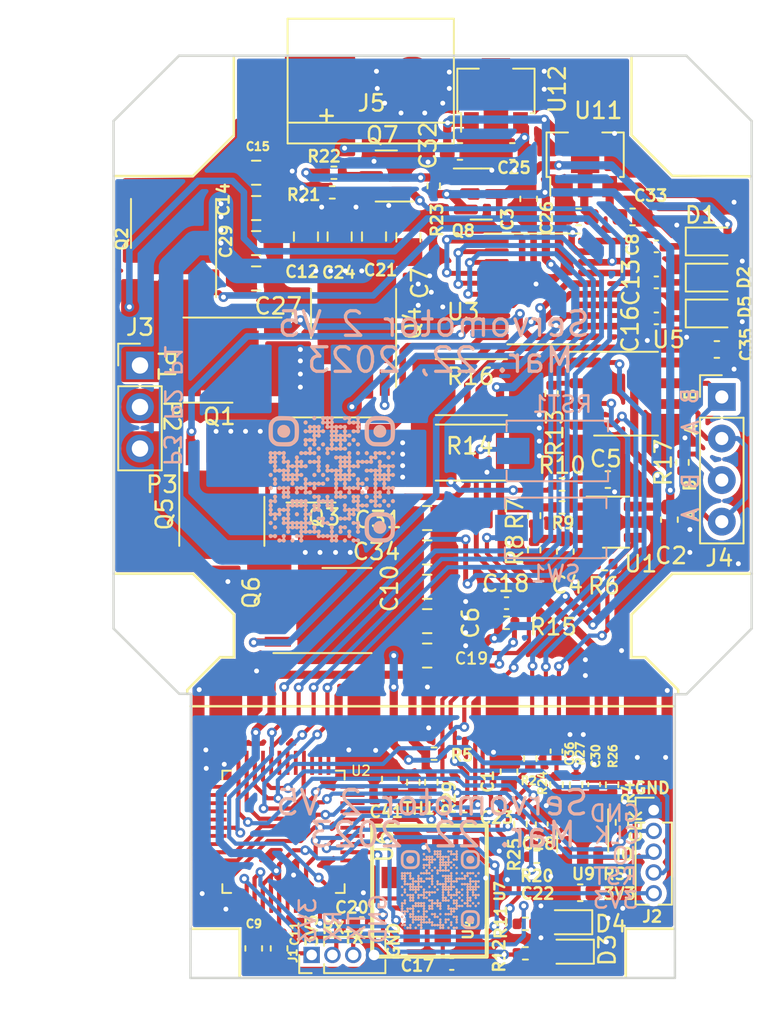
<source format=kicad_pcb>
(kicad_pcb (version 20221018) (generator pcbnew)
  (layers (0 "F.Cu" signal) (31 "B.Cu" signal) (34 "B.Paste" user) (35 "F.Paste" user) (36 "B.SilkS" user "B.Silkscreen") (37 "F.SilkS" user "F.Silkscreen") (38 "B.Mask" user) (39 "F.Mask" user) (44 "Edge.Cuts" user))
  (net 0 "")
  (net 1 "/IA_SENSE")
  (net 2 "GND")
  (net 3 "+10V")
  (net 4 "Net-(U1--)")
  (net 5 "Net-(U1-+)")
  (net 6 "+24V")
  (net 7 "Net-(D1-K)")
  (net 8 "/M_VCC")
  (net 9 "+3V3")
  (net 10 "Net-(D2-K)")
  (net 11 "Net-(D5-K)")
  (net 12 "Net-(U9--)")
  (net 13 "Net-(U9-+)")
  (net 14 "/HALL1")
  (net 15 "/RESET")
  (net 16 "/PHASE1")
  (net 17 "/HALL2")
  (net 18 "/HALL3")
  (net 19 "/PHASE2")
  (net 20 "Net-(D3-A)")
  (net 21 "/PHASE3")
  (net 22 "Net-(D4-A)")
  (net 23 "Net-(Q1-S-Pad1)")
  (net 24 "Net-(Q1-G)")
  (net 25 "Net-(Q2-G)")
  (net 26 "/TEMPERATURE")
  (net 27 "Net-(Q3-G)")
  (net 28 "Net-(Q4-G)")
  (net 29 "Net-(Q5-G)")
  (net 30 "Net-(Q6-G)")
  (net 31 "/UART2 RX")
  (net 32 "/UART2 TX")
  (net 33 "/SWCLK")
  (net 34 "/SWDIO")
  (net 35 "/B")
  (net 36 "/A")
  (net 37 "Net-(Q7-C)")
  (net 38 "/PWM1")
  (net 39 "/PWM2")
  (net 40 "/PWM3")
  (net 41 "Net-(Q8-B)")
  (net 42 "/SWITCH_DISABLE")
  (net 43 "/IA")
  (net 50 "/LED_RED")
  (net 51 "/LED_GREEN")
  (net 52 "/RS485_EN")
  (net 54 "Net-(R20-Pad1)")
  (net 55 "/OVER_VOLTAGE")
  (net 56 "/PWM4")
  (net 63 "/REF24")
  (net 66 "/RS485_D")
  (net 67 "/RS485_R")
  (footprint "Capacitor_SMD:C_0603_1608Metric" (layer "F.Cu") (at 153.05 78.4 180)
    (fp_text reference "C25")
    (fp_text value "100nF")
  )
  (footprint "Connector_PinHeader_1.27mm:PinHeader_1x05_P1.27mm_Vertical" (layer "F.Cu") (at 161.6894 118.645)
    (fp_text reference "J2")
    (fp_text value "Programming")
  )
  (footprint "MountingHole:MountingHole_2.7mm" (layer "F.Cu") (at 132.674 107.602)
    (fp_text reference "H3" hide)
    (fp_text value "MountingHole_Pad" hide)
  )
  (footprint "MountingHole:MountingHole_2.1mm" (layer "F.Cu") (at 134.96 127.414)
    (fp_text reference "H5" hide)
    (fp_text value "MountingHole_Pad" hide)
  )
  (footprint "Resistor_SMD:R_0402_1005Metric" (layer "F.Cu") (at 153.8494 125.595)
    (fp_text reference "R11")
    (fp_text value "470")
  )
  (footprint "Resistor_SMD:R_0402_1005Metric" (layer "F.Cu") (at 154.1494 115.495 -90)
    (fp_text reference "R2")
    (fp_text value "4.7K")
  )
  (footprint "Capacitor_SMD:C_0603_1608Metric" (layer "F.Cu") (at 145.5994 116.745 90)
    (fp_text reference "C41")
    (fp_text value "1uF")
  )
  (footprint "Capacitor_SMD:C_0402_1005Metric" (layer "F.Cu") (at 154.8494 119.495 90)
    (fp_text reference "C28")
    (fp_text value "100nF")
  )
  (footprint "Diode_SMD:D_SOD-323" (layer "F.Cu") (at 165.15 86.108)
    (fp_text reference "D2")
    (fp_text value "1N4148WS")
  )
  (footprint "Capacitor_SMD:C_0402_1005Metric" (layer "F.Cu") (at 149.3494 128.045)
    (fp_text reference "C17")
    (fp_text value "1nF")
  )
  (footprint "Diode_SMD:D_SOD-323" (layer "F.Cu") (at 165.15 83.9)
    (fp_text reference "D1")
    (fp_text value "1N4148WS")
  )
  (footprint "Resistor_SMD:R_0402_1005Metric" (layer "F.Cu") (at 148.2696 115.1966 180)
    (fp_text reference "R5")
    (fp_text value "10K")
  )
  (footprint "servo_motor:TestPoint 4x2" (layer "F.Cu") (at 160.868 112.2756)
    (fp_text reference "H10" hide)
    (fp_text value "MountingHole_Pad" hide)
  )
  (footprint "Capacitor_SMD:C_0805_2012Metric" (layer "F.Cu") (at 146.7 83.65 90)
    (fp_text reference "C7")
    (fp_text value "10uF")
  )
  (footprint "Capacitor_SMD:C_0805_2012Metric" (layer "F.Cu") (at 144.6 83.6 90)
    (fp_text reference "C21")
    (fp_text value "10uF")
  )
  (footprint "Capacitor_SMD:C_0603_1608Metric" (layer "F.Cu") (at 149.85 78.4)
    (fp_text reference "C32")
    (fp_text value "1uF")
  )
  (footprint "Resistor_SMD:R_0402_1005Metric" (layer "F.Cu") (at 155.45 93.2 90)
    (fp_text reference "R13")
    (fp_text value "10K")
  )
  (footprint "Resistor_SMD:R_2512_6332Metric" (layer "F.Cu") (at 150.55 92.8 180)
    (fp_text reference "R16")
    (fp_text value "25121WF100MT4E")
  )
  (footprint "Resistor_SMD:R_0402_1005Metric" (layer "F.Cu") (at 146.9994 116.945 90)
    (fp_text reference "TH1")
    (fp_text value "100k 1% NTC")
  )
  (footprint "Resistor_SMD:R_0402_1005Metric" (layer "F.Cu") (at 159.1494 117.095 90)
    (fp_text reference "R26")
    (fp_text value "1K")
  )
  (footprint "Capacitor_SMD:C_0805_2012Metric" (layer "F.Cu") (at 137.4 79.7)
    (fp_text reference "C15")
    (fp_text value "10uF")
  )
  (footprint "servo_motor:hall_sensor_3_copy" (layer "F.Cu") (at 146.711799 121.812152 90)
    (fp_text reference "U6")
    (fp_text value "AH49HSC")
  )
  (footprint "Capacitor_SMD:C_0603_1608Metric" (layer "F.Cu") (at 152.8494 116.295 90)
    (fp_text reference "C1")
    (fp_text value "100pF")
  )
  (footprint "Diode_SMD:D_SOD-323" (layer "F.Cu") (at 165.15 88.3)
    (fp_text reference "D5")
    (fp_text value "1N4148WS")
  )
  (footprint "Capacitor_SMD:C_0805_2012Metric" (layer "F.Cu") (at 147.85 107.1)
    (fp_text reference "C6")
    (fp_text value "10uF")
  )
  (footprint "Capacitor_SMD:C_0805_2012Metric" (layer "F.Cu") (at 147.85 102.9)
    (fp_text reference "C34")
    (fp_text value "10uF")
  )
  (footprint "servo_motor:hall_sensor_3_copy" (layer "F.Cu") (at 148.0499 125.245 90)
    (fp_text reference "U4")
    (fp_text value "AH49HSC")
  )
  (footprint "MountingHole:MountingHole_2.1mm" (layer "F.Cu") (at 161.503 127.414)
    (fp_text reference "H6" hide)
    (fp_text value "MountingHole_Pad" hide)
  )
  (footprint "Capacitor_SMD:C_0805_2012Metric" (layer "F.Cu") (at 147.85 109.2)
    (fp_text reference "C19")
    (fp_text value "10uF")
  )
  (footprint "Resistor_SMD:R_2512_6332Metric" (layer "F.Cu") (at 150.55 96.8 180)
    (fp_text reference "R14")
    (fp_text value "25121WF100MT4E")
  )
  (footprint "Capacitor_SMD:C_0603_1608Metric" (layer "F.Cu") (at 157.1 82.4 180)
    (fp_text reference "C26")
    (fp_text value "1uF")
  )
  (footprint "Capacitor_SMD:C_0402_1005Metric" (layer "F.Cu") (at 161.85 84.2 180)
    (fp_text reference "C8")
    (fp_text value "100nF")
  )
  (footprint "Resistor_SMD:R_0402_1005Metric" (layer "F.Cu") (at 148.25 80.5 -90)
    (fp_text reference "R23")
    (fp_text value "10K")
  )
  (footprint "servo_motor:CRTM025N03L" (layer "F.Cu") (at 143.35 89.1 90)
    (fp_text reference "Q4")
    (fp_text value "CRTM025N03L")
  )
  (footprint "Capacitor_SMD:C_0603_1608Metric" (layer "F.Cu") (at 138.7994 127.095 -90)
    (fp_text reference "C11")
    (fp_text value "4.7uF")
  )
  (footprint "Resistor_SMD:R_0402_1005Metric" (layer "F.Cu") (at 142.05 80.9)
    (fp_text reference "R21")
    (fp_text value "10K")
  )
  (footprint "Package_TO_SOT_SMD:SOT-89-3" (layer "F.Cu") (at 157.5 78.9 90)
    (fp_text reference "U11")
    (fp_text value "HT7533-1")
  )
  (footprint "servo_motor:CRTM025N03L" (layer "F.Cu") (at 141.55 97.25 180)
    (fp_text reference "Q3")
    (fp_text value "CRTM025N03L")
  )
  (footprint "Capacitor_SMD:C_0603_1608Metric" (layer "F.Cu") (at 162.65 100.9 -90)
    (fp_text reference "C2")
    (fp_text value "1uF")
  )
  (footprint "Package_SO:TSSOP-20_4.4x6.5mm_P0.65mm" (layer "F.Cu") (at 154.95 86.8)
    (fp_text reference "U3")
    (fp_text value "EG2133")
  )
  (footprint "Resistor_SMD:R_0402_1005Metric" (layer "F.Cu") (at 153.8494 127.395)
    (fp_text reference "R12")
    (fp_text value "1.5K")
  )
  (footprint "Resistor_SMD:R_0402_1005Metric" (layer "F.Cu") (at 155.7494 117.095 -90)
    (fp_text reference "R24")
    (fp_text value "10K")
  )
  (footprint "Connector_PinHeader_2.54mm:PinHeader_1x03_P2.54mm_Vertical" (layer "F.Cu") (at 130.3 91.475)
    (fp_text reference "J3")
    (fp_text value "Screw_Terminal_01x03")
  )
  (footprint "Capacitor_SMD:C_0402_1005Metric" (layer "F.Cu") (at 161.85 86.4 180)
    (fp_text reference "C13")
    (fp_text value "100nF")
  )
  (footprint "Resistor_SMD:R_0402_1005Metric" (layer "F.Cu") (at 156.0875 98.75)
    (fp_text reference "R10")
    (fp_text value "10K")
  )
  (footprint "Resistor_SMD:R_0402_1005Metric" (layer "F.Cu") (at 154.5494 121.495 180)
    (fp_text reference "R20")
    (fp_text value "10K")
  )
  (footprint "servo_motor:TestPoint 4x2" (layer "F.Cu") (at 135.5442 112.2756)
    (fp_text reference "H7" hide)
    (fp_text value "MountingHole_Pad" hide)
  )
  (footprint "servo_motor:TestPoint 2x2.5" (layer "F.Cu") (at 152.426732 112.2756)
    (fp_text reference "H9" hide)
    (fp_text value "MountingHole_Pad" hide)
  )
  (footprint "Package_TO_SOT_SMD:SOT-23" (layer "F.Cu") (at 151.15 81)
    (fp_text reference "Q8")
    (fp_text value "2N3906")
  )
  (footprint "servo_motor:TestPoint 2x2.5" (layer "F.Cu") (at 143.985466 112.2756)
    (fp_text reference "H8" hide)
    (fp_text value "MountingHole_Pad" hide)
  )
  (footprint "Resistor_SMD:R_0402_1005Metric" (layer "F.Cu") (at 156.9494 117.095 -90)
    (fp_text reference "R27")
    (fp_text value "10K")
  )
  (footprint "Resistor_SMD:R_0402_1005Metric" (layer "F.Cu") (at 163.45 97.4 90)
    (fp_text reference "R17")
    (fp_text value "10K")
  )
  (footprint "Resistor_SMD:R_0402_1005Metric" (layer "F.Cu") (at 159.7494 119.395 -90)
    (fp_text reference "R4")
    (fp_text value "10K")
  )
  (footprint "Resistor_SMD:R_0402_1005Metric" (layer "F.Cu") (at 154.3875 102.75 90)
    (fp_text reference "R8")
    (fp_text value "10K")
  )
  (footprint "Package_TO_SOT_SMD:SOT-23-5" (layer "F.Cu") (at 157.3494 120.395 -90)
    (fp_text reference "U9")
    (fp_text value "LM321")
  )
  (footprint "servo_motor:hall_sensor_3_copy" (layer "F.Cu") (at 149.400095 121.939147 -90)
    (fp_text reference "U7")
    (fp_text value "AH49HSC")
  )
  (footprint "Capacitor_SMD:C_0603_1608Metric" (layer "F.Cu") (at 157.1994 123.695 180)
    (fp_text reference "C22")
    (fp_text value "1uF")
  )
  (footprint "Capacitor_SMD:C_0805_2012Metric" (layer "F.Cu") (at 147.85 105)
    (fp_text reference "C10")
    (fp_text value "10uF")
  )
  (footprint "servo_motor:CRTM025N03L" (layer "F.Cu") (at 142.15 106.45)
    (fp_text reference "Q6")
    (fp_text value "CRTM025N03L")
  )
  (footprint "Resistor_SMD:R_0402_1005Metric" (layer "F.Cu") (at 142.15 79.7 180)
    (fp_text reference "R22")
    (fp_text value "10K")
  )
  (footprint "Capacitor_SMD:C_0402_1005Metric" (layer "F.Cu") (at 143.8494 125.545 180)
    (fp_text reference "C20")
    (fp_text value "1nF")
  )
  (footprint "Capacitor_SMD:C_0603_1608Metric" (layer "F.Cu") (at 165.55 90.5 180)
    (fp_text reference "C35")
    (fp_text value "100nF")
  )
  (footprint "servo_motor:CRTM025N03L" (layer "F.Cu") (at 135.3 100.2 -90)
    (fp_text reference "Q5")
    (fp_text value "CRTM025N03L")
  )
  (footprint "Capacitor_SMD:C_0805_2012Metric" (layer "F.Cu") (at 140.441 83.6 90)
    (fp_text reference "C12")
    (fp_text value "10uF")
  )
  (footprint "Capacitor_SMD:C_0402_1005Metric" (layer "F.Cu") (at 155.7494 115.045 90)
    (fp_text reference "C36")
    (fp_text value "100nF")
  )
  (footprint "MountingHole:MountingHole_2.7mm" (layer "F.Cu") (at 163.662 107.475)
    (fp_text reference "H4" hide)
    (fp_text value "MountingHole_Pad" hide)
  )
  (footprint "Resistor_SMD:R_0402_1005Metric" (layer "F.Cu") (at 153.5494 119.495 -90)
    (fp_text reference "R25")
    (fp_text value "10K")
  )
  (footprint "Capacitor_SMD:C_0402_1005Metric" (layer "F.Cu") (at 161.85 88.6 180)
    (fp_text reference "C16")
    (fp_text value "100nF")
  )
  (footprint "Resistor_SMD:R_0402_1005Metric" (layer "F.Cu") (at 158.6945 103.614)
    (fp_text reference "R6")
    (fp_text value "33K")
  )
  (footprint "TerminalBlock:TerminalBlock_bornier-2_P5.08mm" (layer "F.Cu") (at 141.86 74.1)
    (fp_text reference "J5")
    (fp_text value "Power IN")
  )
  (footprint "Capacitor_SMD:C_0805_2012Metric" (layer "F.Cu") (at 137.4 86.159)
    (fp_text reference "C27")
    (fp_text value "10uF")
  )
  (footprint "MountingHole:MountingHole_2.7mm" (layer "F.Cu") (at 132.674 76.487)
    (fp_text reference "H1" hide)
    (fp_text value "MountingHole_Pad" hide)
  )
  (footprint "servo_motor:STM32G030C8T6" (layer "F.Cu") (at 139.068 119.9718 90)
    (fp_text reference "U2")
    (fp_text value "STM32G030C8T6" hide)
  )
  (footprint "Capacitor_SMD:C_0603_1608Metric" (layer "F.Cu") (at 154.05 81.3 -90)
    (fp_text reference "C3")
    (fp_text value "4.7uF")
  )
  (footprint "Package_TO_SOT_SMD:SOT-23" (layer "F.Cu") (at 145.35 79.9 180)
    (fp_text reference "Q7")
    (fp_text value "MMBT3904")
  )
  (footprint "Capacitor_SMD:C_0805_2012Metric" (layer "F.Cu") (at 137.4 81.859)
    (fp_text reference "C14")
    (fp_text value "10uF")
  )
  (footprint "Capacitor_SMD:C_0805_2012Metric" (layer "F.Cu") (at 147.85 100.8)
    (fp_text reference "C31")
    (fp_text value "10uF")
  )
  (footprint "Capacitor_SMD:C_0603_1608Metric" (layer "F.Cu") (at 160.4 82.4)
    (fp_text reference "C33")
    (fp_text value "10uF")
  )
  (footprint "Resistor_SMD:R_0402_1005Metric" (layer "F.Cu") (at 152.7 107.2 180)
    (fp_text reference "R15")
    (fp_text value "10K")
  )
  (footprint "Capacitor_SMD:C_0402_1005Metric" (layer "F.Cu") (at 152.7 106 180)
    (fp_text reference "C18")
    (fp_text value "100nF")
  )
  (footprint "Package_TO_SOT_SMD:SOT-23-5" (layer "F.Cu") (at 159.3875 101.05)
    (fp_text reference "U1")
    (fp_text value "LM321")
  )
  (footprint "servo_motor:CRTM025N03L" (layer "F.Cu") (at 135.25 91.15 180)
    (fp_text reference "Q1")
    (fp_text value "CRTM025N03L")
  )
  (footprint "Resistor_SMD:R_0402_1005Metric" (layer "F.Cu") (at 148.0994 116.945 90)
    (fp_text reference "R29")
    (fp_text value "4.7K")
  )
  (footprint "Capacitor_SMD:C_0603_1608Metric" (layer "F.Cu") (at 137.2494 127.095 -90)
    (fp_text reference "C9")
    (fp_text value "100nF")
  )
  (footprint "Capacitor_SMD:C_0603_1608Metric" (layer "F.Cu") (at 156.2875 102.85 -90)
    (fp_text reference "C4")
    (fp_text value "NC")
  )
  (footprint "Package_SO:SOIC-8_3.9x4.9mm_P1.27mm" (layer "F.Cu") (at 160 93.2)
    (fp_text reference "U5")
    (fp_text value "SN75176BDR")
  )
  (footprint "Package_TO_SOT_SMD:SOT-89-3" (layer "F.Cu") (at 152.05 75 90)
    (fp_text reference "U12")
    (fp_text value "L78L10_SOT89")
  )
  (footprint "Capacitor_SMD:C_0805_2012Metric" (layer "F.Cu") (at 142.5 83.6 90)
    (fp_text reference "C24")
    (fp_text value "10uF")
  )
  (footprint "servo_motor:CRTM025N03L" (layer "F.Cu") (at 132.35 83.6 90)
    (fp_text reference "Q2")
    (fp_text value "CRTM025N03L")
  )
  (footprint "LED_SMD:LED_0603_1608Metric" (layer "F.Cu") (at 156.5494 127.295 180)
    (fp_text reference "D3")
    (fp_text value "KT-0603R")
  )
  (footprint "Connector_PinHeader_2.54mm:PinHeader_1x04_P2.54mm_Vertical" (layer "F.Cu") (at 165.85 93.4)
    (fp_text reference "J4")
    (fp_text value "RS485")
  )
  (footprint "Capacitor_SMD:C_0603_1608Metric" (layer "F.Cu") (at 158.8875 98.45)
    (fp_text reference "C5")
    (fp_text value "100pF")
  )
  (footprint "Resistor_SMD:R_0402_1005Metric" (layer "F.Cu") (at 154.3875 100.65 90)
    (fp_text reference "R7")
    (fp_text value "680K")
  )
  (footprint "MountingHole:MountingHole_2.7mm" (layer "F.Cu") (at 163.662 76.487)
    (fp_text reference "H2" hide)
    (fp_text value "MountingHole_Pad" hide)
  )
  (footprint "Connector_PinHeader_1.27mm:PinHeader_1x04_P1.27mm_Vertical" (layer "F.Cu") (at 140.7894 127.495 90)
    (fp_text reference "J1")
    (fp_text value "Serial Port")
  )
  (footprint "Capacitor_SMD:C_0402_1005Metric" (layer "F.Cu") (at 150.1494 119.145)
    (fp_text reference "C23")
    (fp_text value "1nF")
  )
  (footprint "Capacitor_SMD:C_0402_1005Metric" (layer "F.Cu") (at 158.0494 117.075 90)
    (fp_text reference "C30")
    (fp_text value "100pF")
  )
  (footprint "Capacitor_SMD:C_0805_2012Metric" (layer "F.Cu") (at 137.4 84)
    (fp_text reference "C29")
    (fp_text value "10uF")
  )
  (footprint "Resistor_SMD:R_0402_1005Metric" (layer "F.Cu") (at 156.0875 100.15 180)
    (fp_text reference "R9")
    (fp_text value "300K")
  )
  (footprint "LED_SMD:LED_0603_1608Metric" (layer "F.Cu") (at 156.4494 125.495 180)
    (fp_text reference "D4")
    (fp_text value "19-217/GHC-YR1S2/3T")
  )
  (footprint "Button_Switch_SMD:SW_SPST_EVQPE1" (layer "B.Cu") (at 155.7 101.4 180)
    (fp_text reference "SW1")
    (fp_text value "PUSH")
  )
  (footprint "LOGO" (layer "B.Cu") (at 148.6506 123.5024 180)
    (fp_text reference "G***" hide)
    (fp_text value "LOGO" hide)
  )
  (footprint "Button_Switch_SMD:SW_SPST_EVQPE1" (layer "B.Cu") (at 155.8 96.7)
    (fp_text reference "RST1")
    (fp_text value "PUSH")
  )
  (footprint "LOGO" (layer "B.Cu") (at 142.0212 98.4326 180)
    (fp_text reference "G***" hide)
    (fp_text value "LOGO" hide)
  )
  (gr_line (start 163.186 111.55) (end 163.186 111.3) (stroke (width 0.15)) (layer "F.SilkS"))
  (gr_line (start 133.536 79.9) (end 128.686 79.9) (stroke (width 0.15)) (layer "F.SilkS"))
  (gr_line (start 159.986 128.9) (end 159.986 125.9) (stroke (width 0.15)) (layer "F.SilkS"))
  (gr_line (start 135.186 109.3) (end 133.186 111.3) (stroke (width 0.15)) (layer "F.SilkS"))
  (gr_line (start 162.986 125.9) (end 159.986 125.9) (stroke (width 0.15)) (layer "F.SilkS"))
  (gr_line (start 136.036 109.3) (end 135.186 109.3) (stroke (width 0.15)) (layer "F.SilkS"))
  (gr_line (start 151.4894 127.595) (end 151.4894 119.595) (stroke (width 0.25)) (layer "F.SilkS"))
  (gr_line (start 133.386 112.3) (end 162.986 112.3) (stroke (width 0.15)) (layer "F.SilkS"))
  (gr_line (start 144.4894 119.595) (end 144.4894 127.595) (stroke (width 0.25)) (layer "F.SilkS"))
  (gr_line (start 136.036 106.7) (end 136.036 109.3) (stroke (width 0.15)) (layer "F.SilkS"))
  (gr_line (start 128.686 104.2) (end 133.536 104.2) (stroke (width 0.15)) (layer "F.SilkS"))
  (gr_line (start 161.186 109.3) (end 160.336 109.3) (stroke (width 0.15)) (layer "F.SilkS"))
  (gr_line (start 144.4894 127.595) (end 151.4894 127.595) (stroke (width 0.25)) (layer "F.SilkS"))
  (gr_line (start 133.536 104.2) (end 136.036 106.7) (stroke (width 0.15)) (layer "F.SilkS"))
  (gr_line (start 160.3346 77.4014) (end 162.8238 79.8906) (stroke (width 0.15)) (layer "F.SilkS"))
  (gr_line (start 136.036 72.55) (end 136.036 77.4) (stroke (width 0.15)) (layer "F.SilkS"))
  (gr_line (start 133.186 111.3) (end 133.186 111.55) (stroke (width 0.15)) (layer "F.SilkS"))
  (gr_line (start 160.336 109.3) (end 160.336 106.7) (stroke (width 0.15)) (layer "F.SilkS"))
  (gr_line (start 162.836 104.2) (end 167.686 104.2) (stroke (width 0.15)) (layer "F.SilkS"))
  (gr_line (start 162.8238 79.8906) (end 167.6498 79.916) (stroke (width 0.15)) (layer "F.SilkS"))
  (gr_line (start 136.036 77.4) (end 133.536 79.9) (stroke (width 0.15)) (layer "F.SilkS"))
  (gr_line (start 151.4894 119.595) (end 144.4894 119.595) (stroke (width 0.25)) (layer "F.SilkS"))
  (gr_line (start 160.336 106.7) (end 162.836 104.2) (stroke (width 0.15)) (layer "F.SilkS"))
  (gr_line (start 136.386 125.9) (end 136.386 128.9) (stroke (width 0.15)) (layer "F.SilkS"))
  (gr_line (start 133.386 125.9) (end 136.386 125.9) (stroke (width 0.15)) (layer "F.SilkS"))
  (gr_line (start 163.186 111.3) (end 161.186 109.3) (stroke (width 0.15)) (layer "F.SilkS"))
  (gr_line (start 160.336 72.55) (end 160.3346 77.4014) (stroke (width 0.15)) (layer "F.SilkS"))
  (gr_line (start 163.686 72.55) (end 132.686 72.55) (stroke (width 0.15)) (layer "Edge.Cuts"))
  (gr_line (start 133.4106 111.539) (end 133.386 128.9) (stroke (width 0.15)) (layer "Edge.Cuts"))
  (gr_line (start 163.6874 111.5644) (end 167.6752 107.5512) (stroke (width 0.15)) (layer "Edge.Cuts"))
  (gr_line (start 133.386 128.9) (end 162.986 128.9) (stroke (width 0.15)) (layer "Edge.Cuts"))
  (gr_line (start 128.686 107.55) (end 132.6994 111.539) (stroke (width 0.15)) (layer "Edge.Cuts"))
  (gr_line (start 167.6752 76.5378) (end 163.686 72.55) (stroke (width 0.15)) (layer "Edge.Cuts"))
  (gr_line (start 132.6994 111.539) (end 133.4106 111.539) (stroke (width 0.15)) (layer "Edge.Cuts"))
  (gr_line (start 132.686 72.55) (end 128.6862 76.5378) (stroke (width 0.15)) (layer "Edge.Cuts"))
  (gr_line (start 162.9762 111.5644) (end 163.6874 111.5644) (stroke (width 0.15)) (layer "Edge.Cuts"))
  (gr_line (start 167.6752 107.5512) (end 167.6752 76.5378) (stroke (width 0.15)) (layer "Edge.Cuts"))
  (gr_line (start 128.6862 76.5378) (end 128.686 107.55) (stroke (width 0.15)) (layer "Edge.Cuts"))
  (gr_line (start 162.986 128.9) (end 162.9762 111.5644) (stroke (width 0.15)) (layer "Edge.Cuts"))
  (gr_text "CLK" (at 159.4494 120.195) (layer "B.SilkS") (effects (font (size 1 1)) (justify mirror)))
  (gr_text "P3" (at 132.25 96.65 270) (layer "B.SilkS") (effects (font (size 1 1)) (justify mirror)))
  (gr_text "Mar. 22, 2023" (at 148.65 91.15) (layer "B.SilkS") (effects (font (size 1.5 1.5) (thickness 0.2)) (justify mirror)))
  (gr_text "RX" (at 142.0994 125.745 90) (layer "B.SilkS") (effects (font (size 1 1)) (justify mirror)))
  (gr_text "Servomotor 2 V5" (at 148.25 88.95) (layer "B.SilkS") (effects (font (size 1.5 1.5) (thickness 0.2)) (justify mirror)))
  (gr_text "GND" (at 144.8494 125.295 90) (layer "B.SilkS") (effects (font (size 1 1)) (justify mirror)))
  (gr_text "Servomotor 2 V5" (at 148.1494 118.195) (layer "B.SilkS") (effects (font (size 1.5 1.5) (thickness 0.2)) (justify mirror)))
  (gr_text "A" (at 163.95 95.25 90) (layer "B.SilkS") (effects (font (size 1 1)) (justify mirror)))
  (gr_text "B" (at 163.95 98.55 90) (layer "B.SilkS") (effects (font (size 1 1)) (justify mirror)))
  (gr_text "A" (at 163.95 100.6 90) (layer "B.SilkS") (effects (font (size 1 1)) (justify mirror)))
  (gr_text "3V3" (at 159.3494 124.145) (layer "B.SilkS") (effects (font (size 1 1)) (justify mirror)))
  (gr_text "RST" (at 159.3494 122.695) (layer "B.SilkS") (effects (font (size 1 1)) (justify mirror)))
  (gr_text "B" (at 163.9 93.35 90) (layer "B.SilkS") (effects (font (size 1 1)) (justify mirror)))
  (gr_text "3V3" (at 140.5494 125.395 90) (layer "B.SilkS") (effects (font (size 1 1)) (justify mirror)))
  (gr_text "P1" (at 132.3 91.15 -90) (layer "B.SilkS") (effects (font (size 1 1)) (justify mirror)))
  (gr_text "TX" (at 143.5494 125.745 90) (layer "B.SilkS") (effects (font (size 1 1)) (justify mirror)))
  (gr_text "GND" (at 159.2994 118.845) (layer "B.SilkS") (effects (font (size 1 1)) (justify mirror)))
  (gr_text "IO" (at 159.8994 121.445) (layer "B.SilkS") (effects (font (size 1 1)) (justify mirror)))
  (gr_text "P2" (at 132.3 93.85 -90) (layer "B.SilkS") (effects (font (size 1 1)) (justify mirror)))
  (gr_text "Mar. 22, 2023" (at 148.7994 120.145) (layer "B.SilkS") (effects (font (size 1.5 1.5) (thickness 0.2)) (justify mirror)))
  (gr_text "3V3" (at 140.7994 125.995 90) (layer "F.SilkS") (effects (font (size 0.7 0.7))))
  (gr_text "RX" (at 142.0994 125.845) (layer "F.SilkS") (effects (font (size 0.7 0.7))))
  (gr_text "CLK" (at 160.5994 119.645 90) (layer "F.SilkS") (effects (font (size 0.7 0.7))))
  (gr_text "RST" (at 159.5494 122.545) (layer "F.SilkS") (effects (font (size 0.7 0.7))))
  (gr_text "B" (at 163.9 98.8 90) (layer "F.SilkS") (effects (font (size 0.7 0.7))))
  (gr_text "3V3" (at 159.5994 123.745) (layer "F.SilkS") (effects (font (size 0.7 0.7))))
  (gr_text "TX" (at 143.3494 126.445) (layer "F.SilkS") (effects (font (size 0.7 0.7))))
  (gr_text "GND" (at 145.7994 126.595 90) (layer "F.SilkS") (effects (font (size 0.7 0.7))))
  (gr_text "+" (at 141.7 76.15) (layer "F.SilkS") (effects (font (size 1 1))))
  (gr_text "A" (at 163.95 100.6 90) (layer "F.SilkS") (effects (font (size 0.7 0.7))))
  (gr_text "P3" (at 131.65 98.75) (layer "F.SilkS") (effects (font (size 1 1))))
  (gr_text "P2" (at 132.25 94.55 270) (layer "F.SilkS") (effects (font (size 1 1))))
  (gr_text "B" (at 163.95 93.25 90) (layer "F.SilkS") (effects (font (size 0.7 0.7))))
  (gr_text "IO" (at 159.8994 121.345) (layer "F.SilkS") (effects (font (size 0.7 0.7))))
  (gr_text "GND" (at 161.5994 117.295) (layer "F.SilkS") (effects (font (size 0.7 0.7))))
  (gr_text "P1" (at 131.9 91.5 270) (layer "F.SilkS") (effects (font (size 1 1))))
  (gr_text "A" (at 164 95.4 90) (layer "F.SilkS") (effects (font (size 0.7 0.7))))
  (segment (start 152.2994 117.62) (end 152.8494 117.07) (width 0.254) (layer "F.Cu") (net 1))
  (segment (start 152.8994 124.645) (end 152.8994 124.458979) (width 0.254) (layer "F.Cu") (net 1))
  (segment (start 152.148621 119.375216) (end 152.2994 119.224437) (width 0.254) (layer "F.Cu") (net 1))
  (segment (start 152.8994 124.458979) (end 153.44288 123.915499) (width 0.254) (layer "F.Cu") (net 1))
  (segment (start 153.44288 123.915499) (end 153.44288 121.18848) (width 0.254) (layer "F.Cu") (net 1))
  (segment (start 153.0844 117.07) (end 154.1494 116.005) (width 0.254) (layer "F.Cu") (net 1))
  (segment (start 153.44288 121.18848) (end 152.148621 119.894221) (width 0.254) (layer "F.Cu") (net 1))
  (segment (start 152.148621 119.894221) (end 152.148621 119.375216) (width 0.254) (layer "F.Cu") (net 1))
  (segment (start 141.2994 125.5685) (end 141.299401 124.4114) (width 0.254) (layer "F.Cu") (net 1))
  (segment (start 152.2994 119.224437) (end 152.2994 117.62) (width 0.254) (layer "F.Cu") (net 1))
  (segment (start 152.8494 117.07) (end 153.0844 117.07) (width 0.254) (layer "F.Cu") (net 1))
  (via (at 141.2994 125.5685) (size 0.6) (drill 0.3) (layers "F.Cu" "B.Cu") (net 1))
  (via (at 152.8994 124.645) (size 0.6) (drill 0.3) (layers "F.Cu" "B.Cu") (net 1))
  (segment (start 152.8994 125.745) (end 152.8994 124.645) (width 0.254) (layer "B.Cu") (net 1))
  (segment (start 141.2994 125.5685) (end 141.47238 125.74148) (width 0.254) (layer "B.Cu") (net 1))
  (segment (start 152.272889 126.371511) (end 152.8994 125.745) (width 0.254) (layer "B.Cu") (net 1))
  (segment (start 145.428628 125.74148) (end 146.058659 126.371511) (width 0.254) (layer "B.Cu") (net 1))
  (segment (start 146.058659 126.371511) (end 152.272889 126.371511) (width 0.254) (layer "B.Cu") (net 1))
  (segment (start 141.47238 125.74148) (end 145.428628 125.74148) (width 0.254) (layer "B.Cu") (net 1))
  (segment (start 157.1994 118.245) (end 157.3494 118.395) (width 0.254) (layer "F.Cu") (net 2))
  (segment (start 158.0494 115.845) (end 158.0494 116.595) (width 0.254) (layer "F.Cu") (net 2))
  (segment (start 154.8494 118.645) (end 155.1244 118.37) (width 0.254) (layer "F.Cu") (net 2))
  (segment (start 159.7494 118.885) (end 159.7494 118.295) (width 0.254) (layer "F.Cu") (net 2))
  (segment (start 159.1394 116.595) (end 159.1494 116.585) (width 0.254) (layer "F.Cu") (net 2))
  (segment (start 145.5994 115.97) (end 145.5994 115.895) (width 0.254) (layer "F.Cu") (net 2))
  (segment (start 152.8494 115.311633) (end 152.8494 115.52) (width 0.254) (layer "F.Cu") (net 2))
  (segment (start 159.7494 118.295) (end 159.8994 118.145) (width 0.254) (layer "F.Cu") (net 2))
  (segment (start 158.7994 120.345) (end 159.0494 120.095) (width 0.254) (layer "F.Cu") (net 2))
  (segment (start 139.318 124.1882) (end 139.318 122.9798) (width 0.25) (layer "F.Cu") (net 2))
  (segment (start 150.625 88.425) (end 150.3 88.1) (width 0.25) (layer "F.Cu") (net 2))
  (segment (start 159.0494 119.245) (end 159.4094 118.885) (width 0.254) (layer "F.Cu") (net 2))
  (segment (start 147.579036 120.995) (end 146.4999 120.995) (width 0.254) (layer "F.Cu") (net 2))
  (segment (start 149.5989 124.0955) (end 149.5989 122.795) (width 0.254) (layer "F.Cu") (net 2))
  (segment (start 155.1244 118.37) (end 155.2494 118.245) (width 0.254) (layer "F.Cu") (net 2))
  (segment (start 158.0494 116.595) (end 159.1394 116.595) (width 0.254) (layer "F.Cu") (net 2))
  (segment (start 149.5989 122.795) (end 151.4294 122.795) (width 0.254) (layer "F.Cu") (net 2))
  (segment (start 149.2994 124.395) (end 149.5989 124.0955) (width 0.254) (layer "F.Cu") (net 2))
  (segment (start 147.649012 120.925024) (end 147.579036 120.995) (width 0.254) (layer "F.Cu") (net 2))
  (segment (start 152.43782 115.10842) (end 152.8494 115.52) (width 0.25) (layer "F.Cu") (net 2))
  (segment (start 139.318 122.9798) (end 139.6844 122.6134) (width 0.25) (layer "F.Cu") (net 2))
  (segment (start 143.7494 128.345) (end 144.5994 127.495) (width 0.254) (layer "F.Cu") (net 2))
  (segment (start 152.0875 88.425) (end 150.625 88.425) (width 0.25) (layer "F.Cu") (net 2))
  (segment (start 157.3494 119.2575) (end 157.3494 120.045) (width 0.254) (layer "F.Cu") (net 2))
  (segment (start 157.3494 120.045) (end 157.6494 120.345) (width 0.254) (layer "F.Cu") (net 2))
  (segment (start 149.2 87) (end 148.1 87) (width 0.25) (layer "F.Cu") (net 2))
  (segment (start 146.0644 116.435) (end 145.5994 115.97) (width 0.254) (layer "F.Cu") (net 2))
  (segment (start 155.7494 114.565) (end 156.0386 114.565) (width 0.3) (layer "F.Cu") (net 2))
  (segment (start 157.6494 120.345) (end 158.7994 120.345) (width 0.254) (layer "F.Cu") (net 2))
  (segment (start 159.4094 118.885) (end 159.7494 118.885) (width 0.254) (layer "F.Cu") (net 2))
  (segment (start 146.9994 116.435) (end 146.0644 116.435) (width 0.254) (layer "F.Cu") (net 2))
  (segment (start 145.5994 115.895) (end 144.6994 114.995) (width 0.254) (layer "F.Cu") (net 2))
  (segment (start 156.0386 114.565) (end 156.5754 114.0282) (width 0.3) (layer "F.Cu") (net 2))
  (segment (start 139.1644 128.345) (end 143.7494 128.345) (width 0.254) (layer "F.Cu") (net 2))
  (segment (start 147.8499 124.395) (end 149.2994 124.395) (width 0.254) (layer "F.Cu") (net 2))
  (segment (start 138.6894 127.87) (end 139.1644 128.345) (width 0.254) (layer "F.Cu") (net 2))
  (segment (start 157.3494 118.395) (end 157.3494 119.2575) (width 0.254) (layer "F.Cu") (net 2))
  (segment (start 151.9018 115.10842) (end 152.43782 115.10842) (width 0.25) (layer "F.Cu") (net 2))
  (segment (start 159.0494 120.095) (end 159.0494 119.245) (width 0.254) (layer "F.Cu") (net 2))
  (segment (start 154.8494 119.015) (end 154.8494 118.645) (width 0.254) (layer "F.Cu") (net 2))
  (segment (start 150.3 88.1) (end 149.2 87) (width 0.25) (layer "F.Cu") (net 2))
  (segment (start 155.2494 118.245) (end 157.1994 118.245) (width 0.254) (layer "F.Cu") (net 2))
  (via (at 145.5 81.7) (size 0.6) (drill 0.3) (layers "F.Cu" "B.Cu") (net 2))
  (via (at 145.25 75.45) (size 0.6) (drill 0.3) (layers "F.Cu" "B.Cu") (net 2))
  (via (at 159.7994 124.645) (size 0.6) (drill 0.3) (layers "F.Cu" "B.Cu") (net 2))
  (via (at 151.8 79.55) (size 0.6) (drill 0.3) (layers "F.Cu" "B.Cu") (net 2))
  (via (at 157.3882 114.0282) (size 0.6) (drill 0.3) (layers "F.Cu" "B.Cu") (net 2))
  (via (at 151.4 105.2) (size 0.6) (drill 0.3) (layers "F.Cu" "B.Cu") (net 2))
  (via (at 148.1 87) (size 0.6) (drill 0.3) (layers "F.Cu" "B.Cu") (net 2))
  (via (at 154.5 86.5) (size 0.6) (drill 0.3) (layers "F.Cu" "B.Cu") (net 2))
  (via (at 147.9394 113.6218) (size 0.6) (drill 0.3) (layers "F.Cu" "B.Cu") (net 2))
  (via (at 143.0626 114.968) (size 0.6) (drill 0.3) (layers "F.Cu" "B.Cu") (net 2))
  (via (at 139.6 79.6) (size 0.6) (drill 0.3) (layers "F.Cu" "B.Cu") (net 2))
  (via (at 163.1 82.9) (size 0.6) (drill 0.3) (layers "F.Cu" "B.Cu") (net 2))
  (via (at 158.7994 126.695) (size 0.6) (drill 0.3) (layers "F.Cu" "B.Cu") (net 2))
  (via (at 159.3 77.3) (size 0.6) (drill 0.3) (layers "F.Cu" "B.Cu") (net 2))
  (via (at 167.1 88.8) (size 0.6) (drill 0.3) (layers "F.Cu" "B.Cu") (net 2))
  (via (at 162.519 111.3358) (size 0.6) (drill 0.3) (layers "F.Cu" "B.Cu") (net 2))
  (via (at 166.6 81.5) (size 0.6) (drill 0.3) (layers "F.Cu" "B.Cu") (net 2))
  (via (at 153.2 79.55) (size 0.6) (drill 0.3) (layers "F.Cu" "B.Cu") (net 2))
  (via (at 159.3 99.2) (size 0.6) (drill 0.3) (layers "F.Cu" "B.Cu") (net 2))
  (via (at 141.4 81.8) (size 0.6) (drill 0.3) (layers "F.Cu" "B.Cu") (net 2))
  (via (at 151.9018 115.10842) (size 0.6) (drill 0.3) (layers "F.Cu" "B.Cu") (net 2))
  (via (at 154.7 94.5) (size 0.6) (drill 0.3) (layers "F.Cu" "B.Cu") (net 2))
  (via (at 156.5754 114.0282) (size 0.6) (drill 0.3) (layers "F.Cu" "B.Cu") (net 2))
  (via (at 146.25 76.05) (size 0.6) (drill 0.3) (layers "F.Cu" "B.Cu") (net 2))
  (via (at 157.5152 109.4562) (size 0.6) (drill 0.3) (layers "F.Cu" "B.Cu") (net 2))
  (via (at 157.5152 110.4214) (size 0.6) (drill 0.3) (layers "F.Cu" "B.Cu") (net 2))
  (via (at 133.9186 111.285) (size 0.6) (drill 0.3) (layers "F.Cu" "B.Cu") (net 2))
  (via (at 140.2 80.6) (size 0.6) (drill 0.3) (layers "F.Cu" "B.Cu") (net 2))
  (via (at 134.325 114.968) (size 0.6) (drill 0.3) (layers "F.Cu" "B.Cu") (net 2))
  (via (at 147.3 87.8) (size 0.6) (drill 0.3) (layers "F.Cu" "B.Cu") (net 2))
  (via (at 150.2 106.9) (size 0.6) (drill 0.3) (layers "F.Cu" "B.Cu") (net 2))
  (via (at 166.6 91.7) (size 0.6) (drill 0.3) (layers "F.Cu" "B.Cu") (net 2))
  (via (at 152.7494 122.895) (size 0.6) (drill 0.3) (layers "F.Cu" "B.Cu") (net 2))
  (via (at 155 73.5) (size 0.6) (drill 0.3) (layers "F.Cu" "B.Cu") (net 2))
  (via (at 139.6844 122.6134) (size 0.6) (drill 0.3) (layers "F.Cu" "B.Cu") (net 2))
  (via (at 135.4494 115.845) (size 0.6) (drill 0.3) (layers "F.Cu" "B.Cu") (net 2))
  (via (at 158.8994 125.245) (size 0.6) (drill 0.3) (layers "F.Cu" "B.Cu") (net 2))
  (via (at 159.8994 118.145) (size 0.6) (drill 0.3) (layers "F.Cu" "B.Cu") (net 2))
  (via (at 150.2 105.9) (size 0.6) (drill 0.3) (layers "F.Cu" "B.Cu") (net 2))
  (via (at 167.1 85.1) (size 0.6) (drill 0.3) (layers "F.Cu" "B.Cu") (net 2))
  (via (at 154.7 96.1) (size 0.6) (drill 0.3) (layers "F.Cu" "B.Cu") (net 2))
  (via (at 161.3 89.95) (size 0.6) (drill 0.3) (layers "F.Cu" "B.Cu") (net 2))
  (via (at 148 86) (size 0.6) (drill 0.3) (layers "F.Cu" "B.Cu") (net 2))
  (via (at 156.9 104.7) (size 0.6) (drill 0.3) (layers "F.Cu" "B.Cu") (net 2))
  (via (at 143.5 81.8) (size 0.6) (drill 0.3) (layers "F.Cu" "B.Cu") (net 2))
  (via (at 134.0994 123.745) (size 0.6) (drill 0.3) (layers "F.Cu" "B.Cu") (net 2))
  (via (at 143.9494 123.695) (size 0.6) (drill 0.3) (layers "F.Cu" "B.Cu") (net 2))
  (via (at 166.8624 103.5888) (size 0.6) (drill 0.3) (layers "F.Cu" "B.Cu") (net 2))
  (via (at 148.8 87.9) (size 0.6) (drill 0.3) (layers "F.Cu" "B.Cu") (net 2))
  (via (at 147.8632 111.12402) (size 0.6) (drill 0.3) (layers "F.Cu" "B.Cu") (net 2))
  (via (at 162.4174 115.4252) (size 0.6) (drill 0.3) (layers "F.Cu" "B.Cu") (net 2))
  (via (at 135.6712 104.681) (size 0.6) (drill 0.3) (layers "F.Cu" "B.Cu") (net 2))
  (via (at 147.7 76.05) (size 0.6) (drill 0.3) (layers "F.Cu" "B.Cu") (net 2))
  (via (at 154.7 97) (size 0.6) (drill 0.3) (layers "F.Cu" "B.Cu") (net 2))
  (via (at 159.725 108.8974) (size 0.6) (drill 0.3) (layers "F.Cu" "B.Cu") (net 2))
  (via (at 134.3494 116.095) (size 0.6) (drill 0.3) (layers "F.Cu" "B.Cu") (net 2))
  (via (at 144.8 74.55) (size 0.6) (drill 0.3) (layers "F.Cu" "B.Cu") (net 2))
  (via (at 135.5494 124.695) (size 0.6) (drill 0.3) (layers "F.Cu" "B.Cu") (net 2))
  (via (at 155 74.6) (size 0.6) (drill 0.3) (layers "F.Cu" "B.Cu") (net 2))
  (via (at 158.0494 115.845) (size 0.6) (drill 0.3) (layers "F.Cu" "B.Cu") (net 2))
  (via (at 151.4229 122.795) (size 0.6) (drill 0.3) (layers "F.Cu" "B.Cu") (net 2))
  (via (at 163.9 101.5) (size 0.6) (drill 0.3) (layers "F.Cu" "B.Cu") (net 2))
  (via (at 163.9 102.9) (size 0.6) (drill 0.3) (layers "F.Cu" "B.Cu") (net 2))
  (via (at 140.2 81.4) (size 0.6) (drill 0.3) (layers "F.Cu" "B.Cu") (net 2))
  (via (at 154.7 95.3) (size 0.6) (drill 0.3) (layers "F.Cu" "B.Cu") (net 2))
  (via (at 155.3994 122.695) (size 0.6) (drill 0.3) (layers "F.Cu" "B.Cu") (net 2))
  (via (at 152.2494 121.145) (size 0.6) (drill 0.3) (layers "F.Cu" "B.Cu") (net 2))
  (via (at 155.1244 118.37) (size 0.6) (drill 0.3) (layers "F.Cu" "B.Cu") (net 2))
  (via (at 144.6994 114.995) (size 0.6) (drill 0.3) (layers "F.Cu" "B.Cu") (net 2))
  (via (at 143.592403 124.688003) (size 0.6) (drill 0.3) (layers "F.Cu" "B.Cu") (net 2))
  (via (at 149.2 73.55) (size 0.6) (drill 0.3) (layers "F.Cu" "B.Cu") (net 2))
  (via (at 147.649012 120.925024) (size 0.6) (drill 0.3) (layers "F.Cu" "B.Cu") (net 2))
  (via (at 148.8 75.45) (size 0.6) (drill 0.3) (layers "F.Cu" "B.Cu") (net 2))
  (via (at 149.2 74.55) (size 0.6) (drill 0.3) (layers "F.Cu" "B.Cu") (net 2))
  (via (at 160.6902 115.4252) (size 0.6) (drill 0.3) (layers "F.Cu" "B.Cu") (net 2))
  (via (at 154.7994 126.445) (size 0.6) (drill 0.3) (layers "F.Cu" "B.Cu") (net 2))
  (via (at 147.3 86.5) (size 0.6) (drill 0.3) (layers "F.Cu" "B.Cu") (net 2))
  (via (at 147.9 79.05) (size 0.6) (drill 0.3) (layers "F.Cu" "B.Cu") (net 2))
  (via (at 151.5 98) (size 0.6) (drill 0.3) (layers "F.Cu" "B.Cu") (net 2))
  (via (at 150.2 107.8) (size 0.6) (drill 0.3) (layers "F.Cu" "B.Cu") (net 2))
  (via (at 161.85 96.4) (size 0.6) (drill 0.3) (layers "F.Cu" "B.Cu") (net 2))
  (via (at 144.75 73.5) (size 0.6) (drill 0.3) (layers "F.Cu" "B.Cu") (net 2))
  (via (at 163.6 95.9) (size 0.6) (drill 0.3) (layers "F.Cu" "B.Cu") (net 2))
  (via (at 144.6 79) (size 0.6) (drill 0.3) (layers "F.Cu" "B.Cu") (net 2))
  (via (at 150.2 108.6) (size 0.6) (drill 0.3) (layers "F.Cu" "B.Cu") (net 2))
  (via (at 154.7994 124.495) (size 0.6) (drill 0.3) (layers "F.Cu" "B.Cu") (net 2))
  (via (at 159.8994 122.645) (size 0.6) (drill 0.3) (layers "F.Cu" "B.Cu") (net 2))
  (via (at 163.7 89.75) (size 0.6) (drill 0.3) (layers "F.Cu" "B.Cu") (net 2))
  (via (at 137.4238 110.142) (size 0.6) (drill 0.3) (layers "F.Cu" "B.Cu") (net 2))
  (segment (start 150.4494 125.795) (end 151.4229 124.8215) (width 0.254) (layer "B.Cu") (net 2))
  (segment (start 147.649012 120.925024) (end 146.829036 121.745) (width 0.254) (layer "B.Cu") (net 2))
  (segment (start 146.2494 122.444998) (end 146.2494 124.545) (width 0.254) (layer "B.Cu") (net 2))
  (segment (start 147.649012 120.925024) (end 147.649012 121.045386) (width 0.254) (layer "B.Cu") (net 2))
  (segment (start 147.649012 121.045386) (end 146.2494 122.444998) (width 0.254) (layer "B.Cu") (net 2))
  (segment (start 146.2494 124.545) (end 147.4994 125.795) (width 0.254) (layer "B.Cu") (net 2))
  (segment (start 147.4994 125.795) (end 150.4494 125.795) (width 0.254) (layer "B.Cu") (net 2))
  (segment (start 151.4229 124.8215) (end 151.4229 122.795) (width 0.254) (layer "B.Cu") (net 2))
  (segment (start 160.3994 116.545) (end 158.328 114.4736) (width 0.5) (layer "F.Cu") (net 3))
  (segment (start 152.4 100) (end 152.3 99.9) (width 0.5) (layer "F.Cu") (net 3))
  (segment (start 152.4 103.045044) (end 152.4 100) (width 0.5) (layer "F.Cu") (net 3))
  (segment (start 155.1 84.990694) (end 155.1 80.949502) (width 0.5) (layer "F.Cu") (net 3))
  (segment (start 152.3 99.9) (end 152.3 93) (width 0.5) (layer "F.Cu") (net 3))
  (segment (start 158.2994 123.37) (end 158.2994 121.5325) (width 0.3) (layer "F.Cu") (net 3))
  (segment (start 162.7 100.075) (end 162.65 100.125) (width 0.5) (layer "F.Cu") (net 3))
  (segment (start 157.9744 123.695) (end 158.2994 123.37) (width 0.3) (layer "F.Cu") (net 3))
  (segment (start 162.7 99.1) (end 162.7 100.075) (width 0.5) (layer "F.Cu") (net 3))
  (segment (start 160.5494 116.695) (end 160.5494 120.845) (width 0.3) (layer "F.Cu") (net 3))
  (segment (start 158.328 108.973044) (end 152.4 103.045044) (width 0.5) (layer "F.Cu") (net 3))
  (segment (start 157.45 78.9) (end 157.45 81.975) (width 0.5) (layer "F.Cu") (net 3))
  (segment (start 149.1 76.65) (end 149.075 76.675) (width 0.5) (layer "F.Cu") (net 3))
  (segment (start 148.25 81.01) (end 149.04 81.01) (width 0.5) (layer "F.Cu") (net 3))
  (segment (start 155.409306 85.3) (end 155.1 84.990694) (width 0.5) (layer "F.Cu") (net 3))
  (segment (start 149.2725 81.01) (end 150.2125 81.95) (width 0.5) (layer "F.Cu") (net 3))
  (segment (start 162.625 100.1) (end 162.65 100.125) (width 0.5) (layer "F.Cu") (net 3))
  (segment (start 152.3 93) (end 152.1 92.8) (width 0.5) (layer "F.Cu") (net 3))
  (segment (start 160.525 100.1) (end 162.625 100.1) (width 0.5) (layer "F.Cu") (net 3))
  (segment (start 155.1 80.949502) (end 155.050498 80.9) (width 0.5) (layer "F.Cu") (net 3))
  (segment (start 149.1 76.65) (end 150.55 76.65) (width 0.5) (layer "F.Cu") (net 3))
  (segment (start 160.3994 116.545) (end 160.5494 116.695) (width 0.3) (layer "F.Cu") (net 3))
  (segment (start 159.8619 121.5325) (end 158.2994 121.5325) (width 0.3) (layer "F.Cu") (net 3))
  (segment (start 155.5775 100.15) (end 154.3975 100.15) (width 0.5) (layer "F.Cu") (net 3))
  (segment (start 158.328 114.4736) (end 158.328 108.973044) (width 0.5) (layer "F.Cu") (net 3))
  (segment (start 155 76.45) (end 157.45 78.9) (width 0.5) (layer "F.Cu") (net 3))
  (segment (start 152.4 100) (end 152.6 100.2) (width 0.5) (layer "F.Cu") (net 3))
  (segment (start 149.075 76.675) (end 149.075 78.4) (width 0.5) (layer "F.Cu") (net 3))
  (segment (start 157.45 81.975) (end 157.875 82.4) (width 0.5) (layer "F.Cu") (net 3))
  (segment (start 160.5494 120.845) (end 159.8619 121.5325) (width 0.3) (layer "F.Cu") (net 3))
  (segment (start 152.6 100.2) (end 154.3275 100.2) (width 0.5) (layer "F.Cu") (net 3))
  (segment (start 149.04 81.01) (end 149.2725 81.01) (width 0.5) (layer "F.Cu") (net 3))
  (segment (start 154.3275 100.2) (end 154.3875 100.14) (width 0.5) (layer "F.Cu") (net 3))
  (segment (start 154.3975 100.15) (end 154.3875 100.14) (width 0.5) (layer "F.Cu") (net 3))
  (via (at 155.050498 80.9) (size 0.6) (drill 0.3) (layers "F.Cu" "B.Cu") (net 3))
  (via (at 149.1 76.65) (size 0.6) (drill 0.3) (layers "F.Cu" "B.Cu") (net 3))
  (via (at 162.7 99.1) (size 0.6) (drill 0.3) (layers "F.Cu" "B.Cu") (net 3))
  (via (at 155.409306 85.3) (size 0.6) (drill 0.3) (layers "F.Cu" "B.Cu") (net 3))
  (via (at 155 76.45) (size 0.6) (drill 0.3) (layers "F.Cu" "B.Cu") (net 3))
  (via (at 149.04 81.01) (size 0.6) (drill 0.3) (layers "F.Cu" "B.Cu") (net 3))
  (via (at 152.1 92.8) (size 0.6) (drill 0.3) (layers "F.Cu" "B.Cu") (net 3))
  (segment (start 156.90144 86.792134) (end 156.90144 88.99856) (width 0.5) (layer "B.Cu") (net 3))
  (segment (start 162.7 84.35) (end 159.25 80.9) (width 0.5) (layer "B.Cu") (net 3))
  (segment (start 155 76.45) (end 149.3 76.45) (width 0.5) (layer "B.Cu") (net 3))
  (segment (start 155.1 80.85) (end 154.94 81.01) (width 0.5) (layer "B.Cu") (net 3))
  (segment (start 154.94 81.01) (end 149.04 81.01) (width 0.5) (layer "B.Cu") (net 3))
  (segment (start 159.25 80.9) (end 155.050498 80.9) (width 0.5) (layer "B.Cu") (net 3))
  (segment (start 162.7 99.1) (end 162.7 84.35) (width 0.5) (layer "B.Cu") (net 3))
  (segment (start 149.3 76.45) (end 149.1 76.65) (width 0.5) (layer "B.Cu") (net 3))
  (segment (start 153.1 92.8) (end 152.1 92.8) (width 0.5) (layer "B.Cu") (net 3))
  (segment (start 156.90144 88.99856) (end 153.1 92.8) (width 0.5) (layer "B.Cu") (net 3))
  (segment (start 155.1 76.55) (end 155.1 80.85) (width 0.5) (layer "B.Cu") (net 3))
  (segment (start 155 76.45) (end 155.1 76.55) (width 0.5) (layer "B.Cu") (net 3))
  (segment (start 155.409306 85.3) (end 156.90144 86.792134) (width 0.5) (layer "B.Cu") (net 3))
  (segment (start 154.5525 102.075) (end 154.3875 102.24) (width 0.5) (layer "F.Cu") (net 4))
  (segment (start 158.25 102) (end 158.25 103.5485) (width 0.5) (layer "F.Cu") (net 4))
  (segment (start 158.175 102.075) (end 158.25 102) (width 0.5) (layer "F.Cu") (net 4))
  (segment (start 156.2875 102.075) (end 158.175 102.075) (width 0.5) (layer "F.Cu") (net 4))
  (segment (start 156.2875 102.075) (end 154.5525 102.075) (width 0.5) (layer "F.Cu") (net 4))
  (segment (start 154.3875 101.16) (end 154.3875 102.24) (width 0.5) (layer "F.Cu") (net 4))
  (segment (start 158.25 103.5485) (end 158.1845 103.614) (width 0.5) (layer "F.Cu") (net 4))
  (segment (start 158.25 100.1) (end 156.6475 100.1) (width 0.5) (layer "F.Cu") (net 5))
  (segment (start 156.5975 98.75) (end 156.5975 100.15) (width 0.5) (layer "F.Cu") (net 5))
  (segment (start 158.1125 98.45) (end 156.8975 98.45) (width 0.5) (layer "F.Cu") (net 5))
  (segment (start 156.8975 98.45) (end 156.5975 98.75) (width 0.5) (layer "F.Cu") (net 5))
  (segment (start 156.6475 100.1) (end 156.5975 100.15) (width 0.5) (layer "F.Cu") (net 5))
  (segment (start 145.808 109.2) (end 145.8058 109.2022) (width 0.5) (layer "F.Cu") (net 6))
  (segment (start 156.9494 115.895) (end 156.9494 116.585) (width 0.3) (layer "F.Cu") (net 6))
  (segment (start 153.825 78.4) (end 153.825 77.575) (width 0.5) (layer "F.Cu") (net 6))
  (segment (start 153.825 77.575) (end 153.8 77.55) (width 0.5) (layer "F.Cu") (net 6))
  (segment (start 153.825 78.4) (end 153.825 76.925) (width 0.5) (layer "F.Cu") (net 6))
  (segment (start 153.825 76.925) (end 153.55 76.65) (width 0.5) (layer "F.Cu") (net 6))
  (segment (start 146.7202 115.5776) (end 145.8058 114.6632) (width 0.5) (layer "F.Cu") (net 6))
  (segment (start 146.9 109.2) (end 145.808 109.2) (width 0.5) (layer "F.Cu") (net 6))
  (segment (start 145.8058 114.6632) (end 145.8058 111.12402) (width 0.5) (layer "F.Cu") (net 6))
  (via (at 153.8 77.55) (size 0.6) (drill 0.3) (layers "F.Cu" "B.Cu") (net 6))
  (via (at 141.3 102.9) (size 0.6) (drill 0.3) (layers "F.Cu" "B.Cu") (net 6))
  (via (at 156.9494 115.895) (size 0.6) (drill 0.3) (layers "F.Cu" "B.Cu") (net 6))
  (via (at 141.95 85.7) (size 0.6) (drill 0.3) (layers "F.Cu" "B.Cu") (net 6))
  (via (at 142.85 85.7) (size 0.6) (drill 0.3) (layers "F.Cu" "B.Cu") (net 6))
  (via (at 143.85 85.7) (size 0.6) (drill 0.3) (layers "F.Cu" "B.Cu") (net 6))
  (via (at 135.25 81.6) (size 0.6) (drill 0.3) (layers "F.Cu" "B.Cu") (net 6))
  (via (at 140.4 102.9) (size 0.6) (drill 0.3) (layers "F.Cu" "B.Cu") (net 6))
  (via (at 142.25 102.9) (size 0.6) (drill 0.3) (layers "F.Cu" "B.Cu") (net 6))
  (via (at 145.8058 109.2022) (size 0.6) (drill 0.3) (layers "F.Cu" "B.Cu") (net 6))
  (via (at 142.8 78.2) (size 0.6) (drill 0.3) (layers "F.Cu" "B.Cu") (net 6))
  (via (at 135.25 83.2) (size 0.6) (drill 0.3) (layers "F.Cu" "B.Cu") (net 6))
  (via (at 146.7202 115.5776) (size 0.6) (drill 0.3) (layers "F.Cu" "B.Cu") (net 6))
  (via (at 135.25 84) (size 0.6) (drill 0.3) (layers "F.Cu" "B.Cu") (net 6))
  (via (at 135.25 82.4) (size 0.6) (drill 0.3) (layers "F.Cu" "B.Cu") (net 6))
  (via (at 145.8058 111.12402) (size 0.6) (drill 0.3) (layers "F.Cu" "B.Cu") (net 6))
  (via (at 141.05 85.7) (size 0.6) (drill 0.3) (layers "F.Cu" "B.Cu") (net 6))
  (via (at 143.15 102.9) (size 0.6) (drill 0.3) (layers "F.Cu" "B.Cu") (net 6))
  (segment (start 135.25 84.7) (end 135.25 81.6) (width 1.5) (layer "B.Cu") (net 6))
  (segment (start 142.95 102.9) (end 140.4 102.9) (width 1.5) (layer "B.Cu") (net 6))
  (segment (start 153.15 78.2) (end 142.8 78.2) (width 0.5) (layer "B.Cu") (net 6))
  (segment (start 148.43 115.595) (end 149.2094 114.8156) (width 0.3) (layer "B.Cu") (net 6))
  (segment (start 145.8058 109.2022) (end 145.8058 111.12402) (width 0.5) (layer "B.Cu") (net 6))
  (segment (start 135.35 102.9) (end 140.4 102.9) (width 1.5) (layer "B.Cu") (net 6))
  (segment (start 135.25 84) (end 133.65 84) (width 1.5) (layer "B.Cu") (net 6))
  (segment (start 153.8 77.55) (end 153.15 78.2) (width 0.5) (layer "B.Cu") (net 6))
  (segment (start 146.7376 115.595) (end 148.43 115.595) (width 0.3) (layer "B.Cu") (net 6))
  (segment (start 149.2094 114.8156) (end 150.358528 114.8156) (width 0.3) (layer "B.Cu") (net 6))
  (segment (start 133.65 84) (end 132.200489 85.449511) (width 1.5) (layer "B.Cu") (net 6))
  (segment (start 146.7202 115.5776) (end 146.7376 115.595) (width 0.3) (layer "B.Cu") (net 6))
  (segment (start 136.25 85.7) (end 135.25 84.7) (width 1.5) (layer "B.Cu") (net 6))
  (segment (start 143.85 85.7) (end 136.25 85.7) (width 1.5) (layer "B.Cu") (net 6))
  (segment (start 150.358528 114.8156) (end 151.300848 115.75792) (width 0.3) (layer "B.Cu") (net 6))
  (segment (start 132.200489 99.750489) (end 135.35 102.9) (width 1.5) (layer "B.Cu") (net 6))
  (segment (start 156.81232 115.75792) (end 156.9494 115.895) (width 0.3) (layer "B.Cu") (net 6))
  (segment (start 132.200489 85.449511) (end 132.200489 99.750489) (width 1.5) (layer "B.Cu") (net 6))
  (segment (start 151.300848 115.75792) (end 156.81232 115.75792) (width 0.3) (layer "B.Cu") (net 6))
  (segment (start 161.84048 83.49048) (end 162.33 83.98) (width 0.4) (layer "F.Cu") (net 7))
  (segment (start 162.33 83.98) (end 162.33 84.2) (width 0.4) (layer "F.Cu") (net 7))
  (segment (start 162.33 84.2) (end 163.8 84.2) (width 0.4) (layer "F.Cu") (net 7))
  (segment (start 157.8125 83.875) (end 160.075 83.875) (width 0.4) (layer "F.Cu") (net 7))
  (segment (start 160.075 83.875) (end 160.45952 83.49048) (width 0.4) (layer "F.Cu") (net 7))
  (segment (start 160.45952 83.49048) (end 161.84048 83.49048) (width 0.4) (layer "F.Cu") (net 7))
  (segment (start 163.8 84.2) (end 164.1 83.9) (width 0.4) (layer "F.Cu") (net 7))
  (segment (start 154.5 79.55) (end 154.8 79.25) (width 0.5) (layer "F.Cu") (net 8))
  (segment (start 154.05 80.525) (end 154.05 80) (width 0.5) (layer "F.Cu") (net 8))
  (segment (start 153.65 87.2) (end 153.65 83.7) (width 0.4) (layer "F.Cu") (net 8))
  (segment (start 152.25 82.3) (end 152.25 81.1625) (width 0.4) (layer "F.Cu") (net 8))
  (segment (start 154.05 80) (end 154.5 79.55) (width 0.5) (layer "F.Cu") (net 8))
  (segment (start 166.2 86.108) (end 166.2 83.9) (width 0.5) (layer "F.Cu") (net 8))
  (segment (start 153.65 83.7) (end 152.25 82.3) (width 0.4) (layer "F.Cu") (net 8))
  (segment (start 166.2 82.85) (end 166.2 83.9) (width 0.5) (layer "F.Cu") (net 8))
  (segment (start 152.0875 81) (end 152.65 81) (width 0.5) (layer "F.Cu") (net 8))
  (segment (start 166.2 88.3) (end 166.2 86.108) (width 0.5) (layer "F.Cu") (net 8))
  (segment (start 152.25 81.1625) (end 152.0875 81) (width 0.4) (layer "F.Cu") (net 8))
  (segment (start 154.8 79.25) (end 155.9 79.25) (width 0.5) (layer "F.Cu") (net 8))
  (segment (start 153.125 80.525) (end 154.05 80.525) (width 0.5) (layer "F.Cu") (net 8))
  (segment (start 152.65 81) (end 153.125 80.525) (width 0.5) (layer "F.Cu") (net 8))
  (segment (start 152.0875 87.775) (end 153.075 87.775) (width 0.4) (layer "F.Cu") (net 8))
  (segment (start 153.075 87.775) (end 153.65 87.2) (width 0.4) (layer "F.Cu") (net 8))
  (via (at 166.2 82.85) (size 0.6) (drill 0.3) (layers "F.Cu" "B.Cu") (net 8))
  (via (at 155.9 79.25) (size 0.6) (drill 0.3) (layers "F.Cu" "B.Cu") (net 8))
  (segment (start 161.6 81.75) (end 164.3 81.75) (width 0.5) (layer "B.Cu") (net 8))
  (segment (start 164.3 81.75) (end 165.1 81.75) (width 0.5) (layer "B.Cu") (net 8))
  (segment (start 159.7 79.85) (end 161.6 81.75) (width 0.5) (layer "B.Cu") (net 8))
  (segment (start 155.9 79.25) (end 159.1 79.25) (width 0.5) (layer "B.Cu") (net 8))
  (segment (start 159.1 79.25) (end 159.7 79.85) (width 0.5) (layer "B.Cu") (net 8))
  (segment (start 165.1 81.75) (end 166.2 82.85) (width 0.5) (layer "B.Cu") (net 8))
  (segment (start 160.5 92.1) (end 160.5 96.8) (width 0.5) (layer "F.Cu") (net 9))
  (segment (start 149.486141 110.37452) (end 151.710661 108.15) (width 0.5) (layer "F.Cu") (net 9))
  (segment (start 140.39371 121.099353) (end 139.666976 121.099353) (width 0.254) (layer "F.Cu") (net 9))
  (segment (start 145.947271 125.374118) (end 146.768153 126.195) (width 0.25) (layer "F.Cu") (net 9))
  (segment (start 159 80.55) (end 159 81.775) (width 0.5) (layer "F.Cu") (net 9))
  (segment (start 145.5499 120.692686) (end 145.41881 120.561596) (width 0.25) (layer "F.Cu") (net 9))
  (segment (start 160.76073 80.55) (end 162.01073 81.8) (width 0.5) (layer "F.Cu") (net 9))
  (segment (start 151.95 108.15) (end 152.19 107.91) (width 0.5) (layer "F.Cu") (net 9))
  (segment (start 159 80.55) (end 160.76073 80.55) (width 0.5) (layer "F.Cu") (net 9))
  (segment (start 151.9494 125.745) (end 151.4994 126.195) (width 0.254) (layer "F.Cu") (net 9))
  (segment (start 139.7644 127.395) (end 140.7894 127.395) (width 0.254) (layer "F.Cu") (net 9))
  (segment (start 162.475 91.295) (end 163.98 91.295) (width 0.5) (layer "F.Cu") (net 9))
  (segment (start 160.5 96.8) (end 161.9 98.2) (width 0.5) (layer "F.Cu") (net 9))
  (segment (start 164.775 89.525) (end 164.775 90.5) (width 0.5) (layer "F.Cu") (net 9))
  (segment (start 138.299399 122.681601) (end 138.299399 124.4114) (width 0.254) (layer "F.Cu") (net 9))
  (segment (start 163.98 91.295) (end 164.775 90.5) (width 0.5) (layer "F.Cu") (net 9))
  (segment (start 138.3382 110.7008) (end 138.66448 110.37452) (width 0.5) (layer "F.Cu") (net 9))
  (segment (start 138.7994 121.966929) (end 138.7994 122.895) (width 0.254) (layer "F.Cu") (net 9))
  (segment (start 150.5489 120.995) (end 150.5489 120.990342) (width 0.25) (layer "F.Cu") (net 9))
  (segment (start 164.1 81.8) (end 165.1 82.8) (width 0.5) (layer "F.Cu") (net 9))
  (segment (start 161.305 91.295) (end 160.5 92.1) (width 0.5) (layer "F.Cu") (net 9))
  (segment (start 137.373 113.755661) (end 138.3382 112.790461) (width 0.5) (layer "F.Cu") (net 9))
  (segment (start 137.373 113.9012) (end 137.373 113.755661) (width 0.5) (layer "F.Cu") (net 9))
  (segment (start 138.3382 112.790461) (end 138.3382 110.7008) (width 0.5) (layer "F.Cu") (net 9))
  (segment (start 147.7596 116.0952) (end 148.0994 116.435) (width 0.5) (layer "F.Cu") (net 9))
  (segment (start 145.5499 122.795) (end 145.5499 120.692686) (width 0.25) (layer "F.Cu") (net 9))
  (segment (start 139.666976 121.099353) (end 138.7994 121.966929) (width 0.254) (layer "F.Cu") (net 9))
  (segment (start 162.475 91.295) (end 161.305 91.295) (width 0.5) (layer "F.Cu") (net 9))
  (segment (start 150.550095 120.989147) (end 151.580948 122.02) (width 0.25) (layer "F.Cu") (net 9))
  (segment (start 159 81.775) (end 159.625 82.4) (width 0.5) (layer "F.Cu") (net 9))
  (segment (start 138.7994 124.4114) (end 138.7994 126.21) (width 0.254) (layer "F.Cu") (net 9))
  (segment (start 147.7596 115.1966) (end 147.7596 116.0952) (width 0.5) (layer "F.Cu") (net 9))
  (segment (start 156.259266 105.609346) (end 156.284306 105.584306) (width 0.5) (layer "F.Cu") (net 9))
  (segment (start 152.19 107.91) (end 152.19 107.2) (width 0.5) (layer "F.Cu") (net 9))
  (segment (start 138.633797 122.347203) (end 137.7994 123.1816) (width 0.254) (layer "F.Cu") (net 9))
  (segment (start 138.7994 126.21) (end 138.6894 126.32) (width 0.254) (layer "F.Cu") (net 9))
  (segment (start 150.5489 120.990342) (end 150.550095 120.989147) (width 0.25) (layer "F.Cu") (net 9))
  (segment (start 138.633797 122.347203) (end 138.299399 122.681601) (width 0.254) (layer "F.Cu") (net 9))
  (segment (start 156.259266 105.609466) (end 156.259266 105.609346) (width 0.5) (layer "F.Cu") (net 9))
  (segment (start 165.1 89.2) (end 164.775 89.525) (width 0.5) (layer "F.Cu") (net 9))
  (segment (start 146.9488 114.3858) (end 147.7596 115.1966) (width 0.5) (layer "F.Cu") (net 9))
  (segment (start 151.580948 122.02) (end 151.9744 122.02) (width 0.25) (layer "F.Cu") (net 9))
  (segment (start 146.9488 110.37452) (end 149.486141 110.37452) (width 0.5) (layer "F.Cu") (net 9))
  (segment (start 138.7994 122.895) (end 138.7994 124.4114) (width 0.254) (layer "F.Cu") (net 9))
  (segment (start 138.633797 122.347203) (end 138.633797 122.729397) (width 0.254) (layer "F.Cu") (net 9))
  (segment (start 151.710661 108.15) (end 151.95 108.15) (width 0.5) (layer "F.Cu") (net 9))
  (segment (start 157.9749 107.3251) (end 156.259266 105.609466) (width 0.5) (layer "F.Cu") (net 9))
  (segment (start 165.1 82.8) (end 165.1 89.2) (width 0.5) (layer "F.Cu") (net 9))
  (segment (start 146.9488 110.37452) (end 146.9488 114.3858) (width 0.5) (layer "F.Cu") (net 9))
  (segment (start 146.768153 126.195) (end 146.8999 126.195) (width 0.25) (layer "F.Cu") (net 9))
  (segment (start 138.66448 110.37452) (end 146.9488 110.37452) (width 0.5) (layer "F.Cu") (net 9))
  (segment (start 137.7994 123.1816) (end 137.7994 125.51) (width 0.254) (layer "F.Cu") (net 9))
  (segment (start 138.633797 122.729397) (end 138.7994 122.895) (width 0.254) (layer "F.Cu") (net 9))
  (segment (start 138.6894 126.32) (end 139.7644 127.395) (width 0.254) (layer "F.Cu") (net 9))
  (segment (start 137.7994 125.51) (end 136.9894 126.32) (width 0.254) (layer "F.Cu") (net 9))
  (segment (start 162.01073 81.8) (end 164.1 81.8) (width 0.5) (layer "F.Cu") (net 9))
  (via (at 161.9 98.2) (size 0.6) (drill 0.3) (layers "F.Cu" "B.Cu") (net 9))
  (via (at 151.9744 122.02) (size 0.6) (drill 0.3) (layers "F.Cu" "B.Cu") (net 9))
  (via (at 145.41881 120.561596) (size 0.6) (drill 0.3) (layers "F.Cu" "B.Cu") (net 9))
  (via (at 145.947271 125.374118) (size 0.6) (drill 0.3) (layers "F.Cu" "B.Cu") (net 9))
  (via (at 138.633797 122.347203) (size 0.6) (drill 0.3) (layers "F.Cu" "B.Cu") (net 9))
  (via (at 151.9494 125.745) (size 0.6) (drill 0.3) (layers "F.Cu" "B.Cu") (net 9))
  (via (at 140.39371 121.099353) (size 0.6) (drill 0.3) (layers "F.Cu" "B.Cu") (net 9))
  (via (at 137.373 113.9012) (size 0.6) (drill 0.3) (layers "F.Cu" "B.Cu") (net 9))
  (via (at 157.9749 107.3251) (size 0.6) (drill 0.3) (layers "F.Cu" "B.Cu") (net 9))
  (via (at 151.95 108.15) (size 0.6) (drill 0.3) (layers "F.Cu" "B.Cu") (net 9))
  (via (at 156.284306 105.584306) (size 0.6) (drill 0.3) (layers "F.Cu" "B.Cu") (net 9))
  (segment (start 140.498063 120.995) (end 140.5552 120.995) (width 0.254) (layer "B.Cu") (net 9))
  (segment (start 137.558114 121.27152) (end 138.633797 122.347203) (width 0.5) (layer "B.Cu") (net 9))
  (segment (start 154.468612 107.4) (end 153.04003 107.4) (width 0.5) (layer "B.Cu") (net 9))
  (segment (start 145.681893 120.298513) (end 150.252913 120.298513) (width 0.254) (layer "B.Cu") (net 9))
  (segment (start 145.773911 124.786318) (end 145.5494 124.561807) (width 0.25) (layer "B.Cu") (net 9))
  (segment (start 150.252913 120.298513) (end 151.9744 122.02) (width 0.254) (layer "B.Cu") (net 9))
  (segment (start 135.87592 121.27152) (end 137.558114 121.27152) (width 0.5) (layer "B.Cu") (net 9))
  (segment (start 156.284306 105.584306) (end 154.468612 107.4) (width 0.5) (layer "B.Cu") (net 9))
  (segment (start 141.158211 121.598011) (end 142.646389 121.598011) (width 0.254) (layer "B.Cu") (net 9))
  (segment (start 161.6894 123.725) (end 152.1794 123.725) (width 0.254) (layer "B.Cu") (net 9))
  (segment (start 143.682804 120.561596) (end 145.41881 120.561596) (width 0.254) (layer "B.Cu") (net 9))
  (segment (start 161.9 103.4) (end 161.9 98.2) (width 0.5) (layer "B.Cu") (net 9))
  (segment (start 145.5494 120.692186) (end 145.41881 120.561596) (width 0.25) (layer "B.Cu") (net 9))
  (segment (start 140.39371 121.099353) (end 140.498063 120.995) (width 0.254) (layer "B.Cu") (net 9))
  (segment (start 152.0994 122.145) (end 152.0994 123.645) (width 0.254) (layer "B.Cu") (net 9))
  (segment (start 145.41881 120.561596) (end 145.681893 120.298513) (width 0.254) (layer "B.Cu") (net 9))
  (segment (start 152.1794 123.725) (end 152.0994 123.645) (width 0.254) (layer "B.Cu") (net 9))
  (segment (start 152.29003 108.15) (end 151.95 108.15) (width 0.5) (layer "B.Cu") (net 9))
  (segment (start 135.17288 117.632076) (end 135.17288 120.56848) (width 0.5) (layer "B.Cu") (net 9))
  (segment (start 135.17288 120.56848) (end 135.87592 121.27152) (width 0.5) (layer "B.Cu") (net 9))
  (segment (start 157.9749 107.3251) (end 161.9 103.4) (width 0.5) (layer "B.Cu") (net 9))
  (segment (start 145.947271 125.374118) (end 145.773911 125.200758) (width 0.25) (layer "B.Cu") (net 9))
  (segment (start 151.9744 122.02) (end 152.0994 122.145) (width 0.254) (layer "B.Cu") (net 9))
  (segment (start 142.646389 121.598011) (end 143.682804 120.561596) (width 0.254) (layer "B.Cu") (net 9))
  (segment (start 145.773911 125.200758) (end 145.773911 124.786318) (width 0.25) (layer "B.Cu") (net 9))
  (segment (start 152.0994 125.595) (end 151.9494 125.745) (width 0.254) (layer "B.Cu") (net 9))
  (segment (start 152.0994 123.645) (end 152.0994 125.595) (width 0.254) (layer "B.Cu") (net 9))
  (segment (start 140.5552 120.995) (end 141.158211 121.598011) (width 0.254) (layer "B.Cu") (net 9))
  (segment (start 137.373 113.9012) (end 137.373 115.431956) (width 0.5) (layer "B.Cu") (net 9))
  (segment (start 145.5494 124.561807) (end 145.5494 120.692186) (width 0.25) (layer "B.Cu") (net 9))
  (segment (start 153.04003 107.4) (end 152.29003 108.15) (width 0.5) (layer "B.Cu") (net 9))
  (segment (start 137.373 115.431956) (end 135.17288 117.632076) (width 0.5) (layer "B.Cu") (net 9))
  (segment (start 160.872004 85.825) (end 161.197004 85.5) (width 0.4) (layer "F.Cu") (net 10))
  (segment (start 163.808 86.4) (end 164.1 86.108) (width 0.4) (layer "F.Cu") (net 10))
  (segment (start 157.8125 85.825) (end 160.872004 85.825) (width 0.4) (layer "F.Cu") (net 10))
  (segment (start 162.33 86.4) (end 163.808 86.4) (width 0.4) (layer "F.Cu") (net 10))
  (segment (start 161.197004 85.5) (end 162.05 85.5) (width 0.4) (layer "F.Cu") (net 10))
  (segment (start 162.05 85.5) (end 162.33 85.78) (width 0.4) (layer "F.Cu") (net 10))
  (segment (start 162.33 85.78) (end 162.33 86.4) (width 0.4) (layer "F.Cu") (net 10))
  (segment (start 162.33 88.08) (end 162.33 88.6) (width 0.4) (layer "F.Cu") (net 11))
  (segment (start 162.33 88.6) (end 163.8 88.6) (width 0.4) (layer "F.Cu") (net 11))
  (segment (start 162.025 87.775) (end 162.33 88.08) (width 0.4) (layer "F.Cu") (net 11))
  (segment (start 157.8125 87.775) (end 162.025 87.775) (width 0.4) (layer "F.Cu") (net 11))
  (segment (start 163.8 88.6) (end 164.1 88.3) (width 0.4) (layer "F.Cu") (net 11))
  (segment (start 153.5794 119.975) (end 153.5494 120.005) (width 0.3) (layer "F.Cu") (net 12))
  (segment (start 155.9194 119.975) (end 154.8494 119.975) (width 0.3) (layer "F.Cu") (net 12))
  (segment (start 156.3994 119.495) (end 155.9194 119.975) (width 0.3) (layer "F.Cu") (net 12))
  (segment (start 154.8494 119.975) (end 153.5794 119.975) (width 0.3) (layer "F.Cu") (net 12))
  (segment (start 156.3994 119.2575) (end 156.3994 119.495) (width 0.3) (layer "F.Cu") (net 12))
  (segment (start 158.2994 119.2575) (end 158.2994 117.805) (width 0.3) (layer "F.Cu") (net 13))
  (segment (start 155.7494 117.605) (end 159.1494 117.605) (width 0.3) (layer "F.Cu") (net 13))
  (segment (start 158.2994 117.805) (end 158.0494 117.555) (width 0.3) (layer "F.Cu") (net 13))
  (segment (start 145.1494 126.545) (end 146.6494 128.045) (width 0.254) (layer "F.Cu") (net 14))
  (segment (start 148.7999 127.9755) (end 148.8694 128.045) (width 0.25) (layer "F.Cu") (net 14))
  (segment (start 148.7999 126.195) (end 148.7999 127.9755) (width 0.25) (layer "F.Cu") (net 14))
  (segment (start 146.6494 128.045) (end 148.8694 128.045) (width 0.254) (layer "F.Cu") (net 14))
  (segment (start 144.6428 121.2218) (end 144.8152 121.3942) (width 0.25) (layer "F.Cu") (net 14))
  (segment (start 145.1494 125.045) (end 145.1494 126.545) (width 0.254) (layer "F.Cu") (net 14))
  (segment (start 143.2844 121.2218) (end 144.6428 121.2218) (width 0.25) (layer "F.Cu") (net 14))
  (via (at 145.1494 125.045) (size 0.6) (drill 0.3) (layers "F.Cu" "B.Cu") (net 14))
  (via (at 144.8152 121.3942) (size 0.6) (drill 0.3) (layers "F.Cu" "B.Cu") (net 14))
  (segment (start 145.1494 124.845) (end 145.1494 125.045) (width 0.254) (layer "B.Cu") (net 14))
  (segment (start 144.8152 124.5108) (end 145.1494 124.845) (width 0.254) (layer "B.Cu") (net 14))
  (segment (start 144.8152 121.3942) (end 144.8152 124.5108) (width 0.254) (layer "B.Cu") (net 14))
  (segment (start 153.18 108.32) (end 153.18 106) (width 0.3) (layer "F.Cu") (net 15))
  (segment (start 148.0994 118.995) (end 148.0994 119.2185) (width 0.254) (layer "F.Cu") (net 15))
  (segment (start 140.4494 122.045) (end 140.4494 122.882521) (width 0.254) (layer "F.Cu") (net 15))
  (segment (start 141.033659 120.512242) (end 141.033659 121.460741) (width 0.254) (layer "F.Cu") (net 15))
  (segment (start 149.5396 113.8758) (end 149.2856 113.6218) (width 0.254) (layer "F.Cu") (net 15))
  (segment (start 151.506915 109.8118) (end 152.1558 109.8118) (width 0.254) (layer "F.Cu") (net 15))
  (segment (start 150.849511 96.850489) (end 150.849511 103.049511) (width 0.3) (layer "F.Cu") (net 15))
  (segment (start 149.5396 115.6509) (end 149.5396 113.8758) (width 0.254) (layer "F.Cu") (net 15))
  (segment (start 152.1558 109.8118) (end 152.2574 109.7102) (width 0.254) (layer "F.Cu") (net 15))
  (segment (start 153.21 107.2) (end 153.21 106.03) (width 0.3) (layer "F.Cu") (net 15))
  (segment (start 153.1 108.4) (end 153.18 108.32) (width 0.3) (layer "F.Cu") (net 15))
  (segment (start 149.5396 115.6509) (end 150.2994 116.4107) (width 0.254) (layer "F.Cu") (net 15))
  (segment (start 151.1 96.6) (end 150.849511 96.850489) (width 0.3) (layer "F.Cu") (net 15))
  (segment (start 153.21 106.03) (end 153.18 106) (width 0.3) (layer "F.Cu") (net 15))
  (segment (start 150.849511 103.049511) (end 153.18 105.38) (width 0.3) (layer "F.Cu") (net 15))
  (segment (start 148.872889 118.221511) (end 148.0994 118.995) (width 0.254) (layer "F.Cu") (net 15))
  (segment (start 150.2994 117.854521) (end 149.93241 118.221511) (width 0.254) (layer "F.Cu") (net 15))
  (segment (start 149.93241 118.221511) (end 148.872889 118.221511) (width 0.254) (layer "F.Cu") (net 15))
  (segment (start 140.4494 122.882521) (end 140.799399 123.23252) (width 0.254) (layer "F.Cu") (net 15))
  (segment (start 141.033659 121.460741) (end 140.4494 122.045) (width 0.254) (layer "F.Cu") (net 15))
  (segment (start 149.2856 112.033115) (end 151.506915 109.8118) (width 0.254) (layer "F.Cu") (net 15))
  (segment (start 150.2994 116.4107) (end 150.2994 117.854521) (width 0.254) (layer "F.Cu") (net 15))
  (segment (start 153.18 105.38) (end 153.18 106) (width 0.3) (layer "F.Cu") (net 15))
  (segment (start 140.799399 123.23252) (end 140.799399 124.4114) (width 0.254) (layer "F.Cu") (net 15))
  (segment (start 149.2856 113.6218) (end 149.2856 112.033115) (width 0.254) (layer "F.Cu") (net 15))
  (via (at 141.033659 120.512242) (size 0.6) (drill 0.3) (layers "F.Cu" "B.Cu") (net 15))
  (via (at 149.5396 115.6509) (size 0.6) (drill 0.3) (layers "F.Cu" "B.Cu") (net 15))
  (via (at 152.2574 109.7102) (size 0.6) (drill 0.3) (layers "F.Cu" "B.Cu") (net 15))
  (via (at 151.1 96.6) (size 0.6) (drill 0.3) (layers "F.Cu" "B.Cu") (net 15))
  (via (at 153.1 108.4) (size 0.6) (drill 0.3) (layers "F.Cu" "B.Cu") (net 15))
  (via (at 148.0994 119.2185) (size 0.6) (drill 0.3) (layers "F.Cu" "B.Cu") (net 15))
  (segment (start 148.0994 119.2185) (end 147.87942 118.99852) (width 0.254) (layer "B.Cu") (net 15))
  (segment (start 162.515911 122.228489) (end 162.2494 122.495) (width 0.254) (layer "B.Cu") (net 15))
  (segment (start 150.119852 115.8234) (end 150.530892 116.23444) (width 0.254) (layer "B.Cu") (net 15))
  (segment (start 143.904506 118.99852) (end 142.558026 120.345) (width 0.254) (layer "B.Cu") (net 15))
  (segment (start 154.83884 116.23444) (end 155.8494 117.245) (width 0.254) (layer "B.Cu") (net 15))
  (segment (start 142.558026 120.345) (end 141.200901 120.345) (width 0.254) (layer "B.Cu") (net 15))
  (segment (start 151.1 96.6) (end 153 96.6) (width 0.3) (layer "B.Cu") (net 15))
  (segment (start 161.7294 122.495) (end 161.6894 122.455) (width 0.254) (layer "B.Cu") (net 15))
  (segment (start 141.200901 120.345) (end 141.033659 120.512242) (width 0.254) (layer "B.Cu") (net 15))
  (segment (start 153 96.6) (end 153.1 96.7) (width 0.3) (layer "B.Cu") (net 15))
  (segment (start 162.515911 117.818489) (end 162.515911 122.228489) (width 0.254) (layer "B.Cu") (net 15))
  (segment (start 150.530892 116.23444) (end 154.83884 116.23444) (width 0.254) (layer "B.Cu") (net 15))
  (segment (start 152.2574 109.7102) (end 152.2574 109.2426) (width 0.3) (layer "B.Cu") (net 15))
  (segment (start 161.942422 117.245) (end 162.515911 117.818489) (width 0.254) (layer "B.Cu") (net 15))
  (segment (start 162.2494 122.495) (end 161.7294 122.495) (width 0.254) (layer "B.Cu") (net 15))
  (segment (start 147.87942 118.99852) (end 143.904506 118.99852) (width 0.254) (layer "B.Cu") (net 15))
  (segment (start 149.7121 115.8234) (end 150.119852 115.8234) (width 0.254) (layer "B.Cu") (net 15))
  (segment (start 149.5396 115.6509) (end 149.7121 115.8234) (width 0.254) (layer "B.Cu") (net 15))
  (segment (start 155.8494 117.245) (end 161.942422 117.245) (width 0.254) (layer "B.Cu") (net 15))
  (segment (start 152.2574 109.2426) (end 153.1 108.4) (width 0.3) (layer "B.Cu") (net 15))
  (segment (start 159.075 85.175) (end 157.8125 85.175) (width 0.4) (layer "F.Cu") (net 16))
  (segment (start 159.15 85.1) (end 159.075 85.175) (width 0.4) (layer "F.Cu") (net 16))
  (segment (start 159.15 85.1) (end 160.47 85.1) (width 0.4) (layer "F.Cu") (net 16))
  (segment (start 160.47 85.1) (end 161.37 84.2) (width 0.4) (layer "F.Cu") (net 16))
  (via (at 129.65 87.9) (size 0.6) (drill 0.3) (layers "F.Cu" "B.Cu") (net 16))
  (via (at 159.15 85.1) (size 0.6) (drill 0.3) (layers "F.Cu" "B.Cu") (net 16))
  (segment (start 157.65 82.5) (end 147.85 82.5) (width 0.4) (layer "B.Cu") (net 16))
  (segment (start 135.95 80.2) (end 133.85 80.2) (width 0.4) (layer "B.Cu") (net 16))
  (segment (start 133.85 80.2) (end 129.65 84.4) (width 0.4) (layer "B.Cu") (net 16))
  (segment (start 136.65 80.9) (end 135.95 80.2) (width 0.4) (layer "B.Cu") (net 16))
  (segment (start 136.65 83.7) (end 136.65 80.9) (width 0.4) (layer "B.Cu") (net 16))
  (segment (start 129.65 84.4) (end 129.65 87.9) (width 0.4) (layer "B.Cu") (net 16))
  (segment (start 137.45 84.5) (end 136.65 83.7) (width 0.4) (layer "B.Cu") (net 16))
  (segment (start 159.15 85.1) (end 159.15 84) (width 0.4) (layer "B.Cu") (net 16))
  (segment (start 159.15 84) (end 157.65 82.5) (width 0.4) (layer "B.Cu") (net 16))
  (segment (start 147.85 82.5) (end 145.85 84.5) (width 0.4) (layer "B.Cu") (net 16))
  (segment (start 145.85 84.5) (end 137.45 84.5) (width 0.4) (layer "B.Cu") (net 16))
  (segment (start 144.723389 124.018989) (end 144.7494 124.045) (width 0.254) (layer "F.Cu") (net 17))
  (segment (start 144.7494 124.045) (end 144.3294 124.465) (width 0.25) (layer "F.Cu") (net 17))
  (segment (start 144.3294 124.465) (end 144.3294 125.545) (width 0.25) (layer "F.Cu") (net 17))
  (segment (start 144.17298 121.721799) (end 144.723389 122.272208) (width 0.25) (layer "F.Cu") (net 17))
  (segment (start 144.723389 122.272208) (end 144.723389 122.7404) (width 0.25) (layer "F.Cu") (net 17))
  (segment (start 147.4499 122.795) (end 146.1999 124.045) (width 0.25) (layer "F.Cu") (net 17))
  (segment (start 146.1999 124.045) (end 144.7494 124.045) (width 0.25) (layer "F.Cu") (net 17))
  (segment (start 143.2844 121.721799) (end 144.17298 121.721799) (width 0.25) (layer "F.Cu") (net 17))
  (segment (start 144.723389 122.7404) (end 144.723389 124.018989) (width 0.254) (layer "F.Cu") (net 17))
  (segment (start 144.723389 122.518989) (end 144.723389 122.7404) (width 0.254) (layer "F.Cu") (net 17))
  (segment (start 145.4642 119.6302) (end 145.8494 119.245) (width 0.254) (layer "F.Cu") (net 18))
  (segment (start 148.9194 119.895) (end 149.6694 119.145) (width 0.254) (layer "F.Cu") (net 18))
  (segment (start 143.2844 120.721801) (end 144.372599 120.721801) (width 0.25) (layer "F.Cu") (net 18))
  (segment (start 147.239879 119.245) (end 147.889879 119.895) (width 0.254) (layer "F.Cu") (net 18))
  (segment (start 145.8494 119.245) (end 147.239879 119.245) (width 0.254) (layer "F.Cu") (net 18))
  (segment (start 148.6489 120.1655) (end 148.9194 119.895) (width 0.25) (layer "F.Cu") (net 18))
  (segment (start 144.372599 120.721801) (end 145.4642 119.6302) (width 0.25) (layer "F.Cu") (net 18))
  (segment (start 148.6489 120.995) (end 148.6489 120.1655) (width 0.25) (layer "F.Cu") (net 18))
  (segment (start 147.889879 119.895) (end 148.9194 119.895) (width 0.254) (layer "F.Cu") (net 18))
  (segment (start 157.8125 87.125) (end 160.645 87.125) (width 0.4) (layer "F.Cu") (net 19))
  (segment (start 156.575 87.125) (end 157.8125 87.125) (width 0.4) (layer "F.Cu") (net 19))
  (segment (start 154.194622 88.805378) (end 154.894622 88.805378) (width 0.4) (layer "F.Cu") (net 19))
  (segment (start 160.645 87.125) (end 161.37 86.4) (width 0.4) (layer "F.Cu") (net 19))
  (segment (start 154.894622 88.805378) (end 156.575 87.125) (width 0.4) (layer "F.Cu") (net 19))
  (via (at 143.25 94) (size 0.6) (drill 0.3) (layers "F.Cu" "B.Cu") (net 19))
  (via (at 154.194622 88.805378) (size 0.6) (drill 0.3) (layers "F.Cu" "B.Cu") (net 19))
  (segment (start 146.94952 90.30048) (end 143.25 94) (width 0.4) (layer "B.Cu") (net 19))
  (segment (start 154.194622 88.805378) (end 152.69952 90.30048) (width 0.4) (layer "B.Cu") (net 19))
  (segment (start 152.69952 90.30048) (end 146.94952 90.30048) (width 0.4) (layer "B.Cu") (net 19))
  (segment (start 154.4594 127.295) (end 154.3594 127.395) (width 0.254) (layer "F.Cu") (net 20))
  (segment (start 155.7619 127.295) (end 154.4594 127.295) (width 0.254) (layer "F.Cu") (net 20))
  (segment (start 145.4 100.6) (end 146.5 99.5) (width 0.4) (layer "F.Cu") (net 21))
  (segment (start 159.55 90.4) (end 160.075 89.875) (width 0.4) (layer "F.Cu") (net 21))
  (segment (start 137.205 102.232) (end 138.837 100.6) (width 0.4) (layer "F.Cu") (net 21))
  (segment (start 150.3 92.65) (end 152.55 90.4) (width 0.4) (layer "F.Cu") (net 21))
  (segment (start 160.55 88.6) (end 161.37 88.6) (width 0.4) (layer "F.Cu") (net 21))
  (segment (start 152.55 90.4) (end 159.55 90.4) (width 0.4) (layer "F.Cu") (net 21))
  (segment (start 160.075 89.075) (end 160.55 88.6) (width 0.4) (layer "F.Cu") (net 21))
  (segment (start 146.5 99.5) (end 149.6 99.5) (width 0.4) (layer "F.Cu") (net 21))
  (segment (start 157.8125 89.075) (end 160.075 89.075) (width 0.4) (layer "F.Cu") (net 21))
  (segment (start 149.6 99.5) (end 150.3 98.8) (width 0.4) (layer "F.Cu") (net 21))
  (segment (start 138.837 100.6) (end 145.4 100.6) (width 0.4) (layer "F.Cu") (net 21))
  (segment (start 150.3 98.8) (end 150.3 92.65) (width 0.4) (layer "F.Cu") (net 21))
  (segment (start 160.075 89.875) (end 160.075 89.075) (width 0.4) (layer "F.Cu") (net 21))
  (segment (start 154.4594 125.495) (end 154.3594 125.595) (width 0.254) (layer "F.Cu") (net 22))
  (segment (start 155.6619 125.495) (end 154.4594 125.495) (width 0.254) (layer "F.Cu") (net 22))
  (segment (start 155.2275 99.1) (end 153.1 99.1) (width 0.3) (layer "F.Cu") (net 23))
  (segment (start 155.5775 98.75) (end 155.2275 99.1) (width 0.3) (layer "F.Cu") (net 23))
  (via (at 135.85 95.5) (size 0.6) (drill 0.3) (layers "F.Cu" "B.Cu") (net 23))
  (via (at 140.1 92.8) (size 0.6) (drill 0.3) (layers "F.Cu" "B.Cu") (net 23))
  (via (at 146.35 96.9) (size 0.6) (drill 0.3) (layers "F.Cu" "B.Cu") (net 23))
  (via (at 140.1 91.2) (size 0.6) (drill 0.3) (layers "F.Cu" "B.Cu") (net 23))
  (via (at 146.35 96.2) (size 0.6) (drill 0.3) (layers "F.Cu" "B.Cu") (net 23))
  (via (at 140.1 92) (size 0.6) (drill 0.3) (layers "F.Cu" "B.Cu") (net 23))
  (via (at 146.35 98.3) (size 0.6) (drill 0.3) (layers "F.Cu" "B.Cu") (net 23))
  (via (at 134.95 95.5) (size 0.6) (drill 0.3) (layers "F.Cu" "B.Cu") (net 23))
  (via (at 153.1 99.1) (size 0.6) (drill 0.3) (layers "F.Cu" "B.Cu") (net 23))
  (via (at 137.65 95.5) (size 0.6) (drill 0.3) (layers "F.Cu" "B.Cu") (net 23))
  (via (at 140.1 90.5) (size 0.6) (drill 0.3) (layers "F.Cu" "B.Cu") (net 23))
  (via (at 136.75 95.5) (size 0.6) (drill 0.3) (layers "F.Cu" "B.Cu") (net 23))
  (via (at 149.3 98.6) (size 0.6) (drill 0.3) (layers "F.Cu" "B.Cu") (net 23))
  (via (at 146.35 97.6) (size 0.6) (drill 0.3) (layers "F.Cu" "B.Cu") (net 23))
  (segment (start 149.8 99.1) (end 153.1 99.1) (width 0.3) (layer "B.Cu") (net 23))
  (segment (start 149.3 98.6) (end 149.8 99.1) (width 0.3) (layer "B.Cu") (net 23))
  (segment (start 139.555 89.245) (end 138.679 89.245) (width 0.5) (layer "F.Cu") (net 24))
  (segment (start 153.495111 88.338697) (end 153.495111 89.095111) (width 0.4) (layer "F.Cu") (net 24))
  (segment (start 154.125 89.725) (end 157.8125 89.725) (width 0.4) (layer "F.Cu") (net 24))
  (segment (start 140.1 88.7) (end 139.555 89.245) (width 0.5) (layer "F.Cu") (net 24))
  (segment (start 153.495111 89.095111) (end 154.125 89.725) (width 0.4) (layer "F.Cu") (net 24))
  (segment (start 153.515125 88.318683) (end 153.495111 88.338697) (width 0.4) (layer "F.Cu") (net 24))
  (via (at 140.1 88.7) (size 0.6) (drill 0.3) (layers "F.Cu" "B.Cu") (net 24))
  (via (at 153.515125 88.318683) (size 0.6) (drill 0.3) (layers "F.Cu" "B.Cu") (net 24))
  (segment (start 153.515125 88.318683) (end 153.033808 88.8) (width 0.4) (layer "B.Cu") (net 24))
  (segment (start 149.060261 89.10048) (end 140.50048 89.10048) (width 0.4) (layer "B.Cu") (net 24))
  (segment (start 149.360741 88.8) (end 149.060261 89.10048) (width 0.4) (layer "B.Cu") (net 24))
  (segment (start 140.50048 89.10048) (end 140.1 88.7) (width 0.4) (layer "B.Cu") (net 24))
  (segment (start 153.033808 88.8) (end 149.360741 88.8) (width 0.4) (layer "B.Cu") (net 24))
  (segment (start 156.67548 83.414121) (end 156.67548 84.181907) (width 0.4) (layer "F.Cu") (net 25))
  (segment (start 135.129 87.029) (end 135.4 87.3) (width 0.3) (layer "F.Cu") (net 25))
  (segment (start 156.67548 84.181907) (end 157.018573 84.525) (width 0.4) (layer "F.Cu") (net 25))
  (segment (start 157.018573 84.525) (end 157.8125 84.525) (width 0.4) (layer "F.Cu") (net 25))
  (segment (start 156.740629 83.348972) (end 156.67548 83.414121) (width 0.4) (layer "F.Cu") (net 25))
  (segment (start 134.255 87.029) (end 135.129 87.029) (width 0.3) (layer "F.Cu") (net 25))
  (via (at 135.4 87.3) (size 0.6) (drill 0.3) (layers "F.Cu" "B.Cu") (net 25))
  (via (at 156.740629 83.348972) (size 0.6) (drill 0.3) (layers "F.Cu" "B.Cu") (net 25))
  (segment (start 156.740629 83.348972) (end 156.491657 83.1) (width 0.4) (layer "B.Cu") (net 25))
  (segment (start 144.55 87.2) (end 135.5 87.2) (width 0.4) (layer "B.Cu") (net 25))
  (segment (start 135.5 87.2) (end 135.4 87.3) (width 0.4) (layer "B.Cu") (net 25))
  (segment (start 148.65 83.1) (end 144.55 87.2) (width 0.4) (layer "B.Cu") (net 25))
  (segment (start 156.491657 83.1) (end 148.65 83.1) (width 0.4) (layer "B.Cu") (net 25))
  (segment (start 145.1226 118.7218) (end 145.5994 118.245) (width 0.25) (layer "F.Cu") (net 26))
  (segment (start 145.5994 117.52) (end 146.9344 117.52) (width 0.254) (layer "F.Cu") (net 26))
  (segment (start 143.2844 118.7218) (end 145.1226 118.7218) (width 0.25) (layer "F.Cu") (net 26))
  (segment (start 146.9344 117.52) (end 146.9994 117.455) (width 0.254) (layer "F.Cu") (net 26))
  (segment (start 145.5994 118.245) (end 145.5994 117.52) (width 0.254) (layer "F.Cu") (net 26))
  (segment (start 148.0994 117.455) (end 146.9994 117.455) (width 0.254) (layer "F.Cu") (net 26))
  (segment (start 151.175 89.725) (end 150.6 90.3) (width 0.4) (layer "F.Cu") (net 27))
  (segment (start 146.65 90.3) (end 146.35 90.6) (width 0.4) (layer "F.Cu") (net 27))
  (segment (start 145.655 95.345) (end 144.979 95.345) (width 0.4) (layer "F.Cu") (net 27))
  (segment (start 150.6 90.3) (end 146.65 90.3) (width 0.4) (layer "F.Cu") (net 27))
  (segment (start 152.0875 89.725) (end 151.175 89.725) (width 0.4) (layer "F.Cu") (net 27))
  (segment (start 146.35 94.65) (end 145.655 95.345) (width 0.4) (layer "F.Cu") (net 27))
  (segment (start 146.35 90.6) (end 146.35 94.65) (width 0.4) (layer "F.Cu") (net 27))
  (segment (start 154.745692 87.965064) (end 154.887086 87.965064) (width 0.4) (layer "F.Cu") (net 28))
  (segment (start 156.37715 86.475) (end 157.8125 86.475) (width 0.4) (layer "F.Cu") (net 28))
  (segment (start 145.25 93.9) (end 145.25 92.534) (width 0.4) (layer "F.Cu") (net 28))
  (segment (start 145.25 92.534) (end 145.255 92.529) (width 0.4) (layer "F.Cu") (net 28))
  (segment (start 154.887086 87.965064) (end 156.37715 86.475) (width 0.4) (layer "F.Cu") (net 28))
  (via (at 154.745692 87.965064) (size 0.6) (drill 0.3) (layers "F.Cu" "B.Cu") (net 28))
  (via (at 145.25 93.9) (size 0.6) (drill 0.3) (layers "F.Cu" "B.Cu") (net 28))
  (segment (start 154.9 88.119372) (end 154.9 89.2) (width 0.4) (layer "B.Cu") (net 28))
  (segment (start 147.19785 90.9) (end 145.25 92.84785) (width 0.4) (layer "B.Cu") (net 28))
  (segment (start 154.745692 87.965064) (end 154.9 88.119372) (width 0.4) (layer "B.Cu") (net 28))
  (segment (start 145.25 92.84785) (end 145.25 93.9) (width 0.4) (layer "B.Cu") (net 28))
  (segment (start 154.9 89.2) (end 153.2 90.9) (width 0.4) (layer "B.Cu") (net 28))
  (segment (start 153.2 90.9) (end 147.19785 90.9) (width 0.4) (layer "B.Cu") (net 28))
  (segment (start 150.425 89.075) (end 152.0875 89.075) (width 0.4) (layer "F.Cu") (net 29))
  (segment (start 133.395 95.555) (end 133.45 95.5) (width 0.5) (layer "F.Cu") (net 29))
  (segment (start 149.9 89.6) (end 150.425 89.075) (width 0.4) (layer "F.Cu") (net 29))
  (segment (start 133.395 96.771) (end 133.395 95.555) (width 0.5) (layer "F.Cu") (net 29))
  (via (at 133.45 95.5) (size 0.6) (drill 0.3) (layers "F.Cu" "B.Cu") (net 29))
  (via (at 149.9 89.6) (size 0.6) (drill 0.3) (layers "F.Cu" "B.Cu") (net 29))
  (segment (start 136.85 89.7) (end 133.45 93.1) (width 0.4) (layer "B.Cu") (net 29))
  (segment (start 133.45 93.1) (end 133.45 95.5) (width 0.4) (layer "B.Cu") (net 29))
  (segment (start 149.9 89.6) (end 149.8 89.7) (width 0.4) (layer "B.Cu") (net 29))
  (segment (start 149.8 89.7) (end 136.85 89.7) (width 0.4) (layer "B.Cu") (net 29))
  (segment (start 137.295 108.355) (end 137.25 108.4) (width 0.4) (layer "F.Cu") (net 30))
  (segment (start 156.320379 88.425) (end 157.8125 88.425) (width 0.4) (layer "F.Cu") (net 30))
  (segment (start 138.721 108.355) (end 137.295 108.355) (width 0.4) (layer "F.Cu") (net 30))
  (segment (start 155.719879 89.0255) (end 156.320379 88.425) (width 0.4) (layer "F.Cu") (net 30))
  (via (at 155.719879 89.0255) (size 0.6) (drill 0.3) (layers "F.Cu" "B.Cu") (net 30))
  (via (at 137.25 108.4) (size 0.6) (drill 0.3) (layers "F.Cu" "B.Cu") (net 30))
  (segment (start 155.719879 89.227971) (end 153.44833 91.49952) (width 0.4) (layer "B.Cu") (net 30))
  (segment (start 148.4 94.8) (end 148.4 99.4) (width 0.4) (layer "B.Cu") (net 30))
  (segment (start 153.44833 91.49952) (end 151.70048 91.49952) (width 0.4) (layer "B.Cu") (net 30))
  (segment (start 148.4 99.4) (end 139.4 108.4) (width 0.4) (layer "B.Cu") (net 30))
  (segment (start 155.719879 89.0255) (end 155.719879 89.227971) (width 0.4) (layer "B.Cu") (net 30))
  (segment (start 139.4 108.4) (end 137.25 108.4) (width 0.4) (layer "B.Cu") (net 30))
  (segment (start 151.70048 91.49952) (end 148.4 94.8) (width 0.4) (layer "B.Cu") (net 30))
  (segment (start 142.29588 124.457146) (end 142.3994 124.353626) (width 0.254) (layer "F.Cu") (net 31))
  (segment (start 142.311199 122.221801) (end 143.2844 122.221801) (width 0.254) (layer "F.Cu") (net 31))
  (segment (start 142.0594 127.395) (end 142.29588 127.15852) (width 0.254) (layer "F.Cu") (net 31))
  (segment (start 142.3994 124.353626) (end 142.3994 123.292176) (width 0.254) (layer "F.Cu") (net 31))
  (segment (start 142.0466 122.939376) (end 142.0466 122.4864) (width 0.254) (layer "F.Cu") (net 31))
  (segment (start 142.3994 123.292176) (end 142.0466 122.939376) (width 0.254) (layer "F.Cu") (net 31))
  (segment (start 142.0466 122.4864) (end 142.311199 122.221801) (width 0.254) (layer "F.Cu") (net 31))
  (segment (start 142.29588 127.15852) (end 142.29588 124.457146) (width 0.254) (layer "F.Cu") (net 31))
  (segment (start 143.3294 126.625) (end 143.3294 127.395) (width 0.254) (layer "F.Cu") (net 32))
  (segment (start 143.2844 122.7218) (end 143.2844 124.11) (width 0.25) (layer "F.Cu") (net 32))
  (segment (start 142.7494 124.645) (end 142.7494 126.045) (width 0.254) (layer "F.Cu") (net 32))
  (segment (start 142.7494 126.045) (end 143.3294 126.625) (width 0.254) (layer "F.Cu") (net 32))
  (segment (start 143.2658 124.1286) (end 142.7494 124.645) (width 0.254) (layer "F.Cu") (net 32))
  (segment (start 143.2844 124.11) (end 143.2658 124.1286) (width 0.25) (layer "F.Cu") (net 32))
  (segment (start 161.6794 119.905) (end 161.6894 119.915) (width 0.254) (layer "F.Cu") (net 33))
  (segment (start 136.8994 119.370592) (end 136.8994 119.245) (width 0.254) (layer "F.Cu") (net 33))
  (segment (start 136.318 115.7554) (end 136.318 118.80282) (width 0.25) (layer "F.Cu") (net 33))
  (segment (start 136.892586 119.377406) (end 136.8994 119.370592) (width 0.254) (layer "F.Cu") (net 33))
  (segment (start 159.7494 119.905) (end 159.7494 120.5085) (width 0.254) (layer "F.Cu") (net 33))
  (segment (start 159.7494 120.5085) (end 159.6994 120.5585) (width 0.254) (layer "F.Cu") (net 33))
  (segment (start 136.318 118.80282) (end 136.892586 119.377406) (width 0.25) (layer "F.Cu") (net 33))
  (via (at 136.892586 119.377406) (size 0.6) (drill 0.3) (layers "F.Cu" "B.Cu") (net 33))
  (via (at 159.6994 120.5585) (size 0.6) (drill 0.3) (layers "F.Cu" "B.Cu") (net 33))
  (segment (start 138.111921 119.445) (end 140.826001 116.73092) (width 0.254) (layer "B.Cu") (net 33))
  (segment (start 150.105401 117.14148) (end 152.837254 117.14148) (width 0.254) (layer "B.Cu") (net 33))
  (segment (start 136.96018 119.445) (end 138.111921 119.445) (width 0.254) (layer "B.Cu") (net 33))
  (segment (start 159.17292 121.04148) (end 159.6694 120.545) (width 0.254) (layer "B.Cu") (net 33))
  (segment (start 140.826001 116.73092) (end 149.694841 116.73092) (width 0.254) (layer "B.Cu") (net 33))
  (segment (start 160.3429 119.915) (end 161.6894 119.915) (width 0.254) (layer "B.Cu") (net 33))
  (segment (start 159.6994 120.5585) (end 160.3429 119.915) (width 0.254) (layer "B.Cu") (net 33))
  (segment (start 152.837254 117.14148) (end 156.737254 121.04148) (width 0.254) (layer "B.Cu") (net 33))
  (segment (start 136.892586 119.377406) (end 136.96018 119.445) (width 0.254) (layer "B.Cu") (net 33))
  (segment (start 156.737254 121.04148) (end 159.17292 121.04148) (width 0.254) (layer "B.Cu") (net 33))
  (segment (start 149.694841 116.73092) (end 150.105401 117.14148) (width 0.254) (layer "B.Cu") (net 33))
  (segment (start 151.5335 109.143163) (end 151.626863 109.0498) (width 0.254) (layer "F.Cu") (net 34))
  (segment (start 149.6729 117.595) (end 149.6994 117.5685) (width 0.254) (layer "F.Cu") (net 34))
  (segment (start 136.817999 115.7554) (end 136.817999 118.399619) (width 0.25) (layer "F.Cu") (net 34))
  (segment (start 154.0608 105.521846) (end 151.5 102.961046) (width 0.254) (layer "F.Cu") (net 34))
  (segment (start 141.044699 117.691075) (end 139.564263 119.171511) (width 0.254) (layer "F.Cu") (net 34))
  (segment (start 149.725143 110.95152) (end 151.5335 109.143163) (width 0.254) (layer "F.Cu") (net 34))
  (segment (start 137.58989 119.171511) (end 137.23389 118.81551) (width 0.254) (layer "F.Cu") (net 34))
  (segment (start 148.7796 111.897063) (end 148.7796 115.1966) (width 0.254) (layer "F.Cu") (net 34))
  (segment (start 148.7796 116.7017) (end 149.6729 117.595) (width 0.254) (layer "F.Cu") (net 34))
  (segment (start 149.72068 110.95152) (end 149.725143 110.95152) (width 0.254) (layer "F.Cu") (net 34))
  (segment (start 154.0608 108.325912) (end 154.0608 105.521846) (width 0.254) (layer "F.Cu") (net 34))
  (segment (start 139.564263 119.171511) (end 137.58989 119.171511) (width 0.254) (layer "F.Cu") (net 34))
  (segment (start 151.626863 109.0498) (end 153.336912 109.0498) (width 0.254) (layer "F.Cu") (net 34))
  (segment (start 141.044699 117.542047) (end 141.044699 117.691075) (width 0.254) (layer "F.Cu") (net 34))
  (segment (start 148.7796 115.1966) (end 148.7796 116.7017) (width 0.254) (layer "F.Cu") (net 34))
  (segment (start 149.6994 110.9728) (end 149.72068 110.95152) (width 0.254) (layer "F.Cu") (net 34))
  (segment (start 149.725143 110.95152) (end 148.7796 111.897063) (width 0.254) (layer "F.Cu") (net 34))
  (segment (start 136.817999 118.399619) (end 137.23389 118.81551) (width 0.25) (layer "F.Cu") (net 34))
  (segment (start 151.5 102.961046) (end 151.5 102) (width 0.254) (layer "F.Cu") (net 34))
  (segment (start 153.336912 109.0498) (end 154.0608 108.325912) (width 0.254) (layer "F.Cu") (net 34))
  (via (at 149.6729 117.595) (size 0.6) (drill 0.3) (layers "F.Cu" "B.Cu") (net 34))
  (via (at 151.5 102) (size 0.6) (drill 0.3) (layers "F.Cu" "B.Cu") (net 34))
  (via (at 141.044699 117.542047) (size 0.6) (drill 0.3) (layers "F.Cu" "B.Cu") (net 34))
  (segment (start 149.6729 117.595) (end 149.26234 117.18444) (width 0.254) (layer "B.Cu") (net 34))
  (segment (start 156.5494 121.495) (end 161.3794 121.495) (width 0.254) (layer "B.Cu") (net 34))
  (segment (start 152.4 102) (end 153 101.4) (width 0.3) (layer "B.Cu") (net 34))
  (segment (start 149.26234 117.18444) (end 141.402306 117.18444) (width 0.254) (layer "B.Cu") (net 34))
  (segment (start 141.402306 117.18444) (end 141.044699 117.542047) (width 0.254) (layer "B.Cu") (net 34))
  (segment (start 152.6494 117.595) (end 156.5494 121.495) (width 0.254) (layer "B.Cu") (net 34))
  (segment (start 161.3794 121.495) (end 161.6894 121.185) (width 0.254) (layer "B.Cu") (net 34))
  (segment (start 149.6729 117.595) (end 152.6494 117.595) (width 0.254) (layer "B.Cu") (net 34))
  (segment (start 151.5 102) (end 152.4 102) (width 0.3) (layer "B.Cu") (net 34))
  (segment (start 165.015 92.565) (end 165.85 93.4) (width 0.3) (layer "F.Cu") (net 35))
  (segment (start 164.26 96.89) (end 165.85 98.48) (width 0.3) (layer "F.Cu") (net 35))
  (segment (start 162.475 92.565) (end 165.015 92.565) (width 0.3) (layer "F.Cu") (net 35))
  (segment (start 163.45 96.89) (end 164.26 96.89) (width 0.3) (layer "F.Cu") (net 35))
  (segment (start 164.4 97.03) (end 164.4 94.85) (width 0.3) (layer "B.Cu") (net 35))
  (segment (start 165.85 98.48) (end 164.4 97.03) (width 0.3) (layer "B.Cu") (net 35))
  (segment (start 164.4 94.85) (end 165.85 93.4) (width 0.3) (layer "B.Cu") (net 35))
  (segment (start 164.4 100.2) (end 165.22 101.02) (width 0.3) (layer "F.Cu") (net 36))
  (segment (start 164.4 99.1) (end 164.4 100.2) (width 0.3) (layer "F.Cu") (net 36))
  (segment (start 163.835 93.835) (end 164.4 94.4) (width 0.3) (layer "F.Cu") (net 36))
  (segment (start 164.4 95.4) (end 164.94 95.94) (width 0.3) (layer "F.Cu") (net 36))
  (segment (start 165.22 101.02) (end 165.85 101.02) (width 0.3) (layer "F.Cu") (net 36))
  (segment (start 163.45 98.15) (end 164.4 99.1) (width 0.3) (layer "F.Cu") (net 36))
  (segment (start 164.4 94.4) (end 164.4 95.4) (width 0.3) (layer "F.Cu") (net 36))
  (segment (start 164.94 95.94) (end 165.85 95.94) (width 0.3) (layer "F.Cu") (net 36))
  (segment (start 163.45 97.91) (end 163.45 98.15) (width 0.3) (layer "F.Cu") (net 36))
  (segment (start 162.475 93.835) (end 163.835 93.835) (width 0.3) (layer "F.Cu") (net 36))
  (segment (start 166.84 95.94) (end 165.85 95.94) (width 0.3) (layer "B.Cu") (net 36))
  (segment (start 165.85 101.02) (end 167.3 99.57) (width 0.3) (layer "B.Cu") (net 36))
  (segment (start 167.3 99.57) (end 167.3 96.4) (width 0.3) (layer "B.Cu") (net 36))
  (segment (start 167.3 96.4) (end 166.84 95.94) (width 0.3) (layer "B.Cu") (net 36))
  (segment (start 142.66 79.7) (end 142.86 79.9) (width 0.5) (layer "F.Cu") (net 37))
  (segment (start 142.86 79.9) (end 144.4125 79.9) (width 0.5) (layer "F.Cu") (net 37))
  (segment (start 137.8494 118.545) (end 137.852411 118.548011) (width 0.254) (layer "F.Cu") (net 38))
  (segment (start 149.125 83.875) (end 149.05 83.8) (width 0.3) (layer "F.Cu") (net 38))
  (segment (start 152.0875 83.875) (end 149.125 83.875) (width 0.3) (layer "F.Cu") (net 38))
  (segment (start 137.852411 118.548011) (end 139.546389 118.548011) (width 0.254) (layer "F.Cu") (net 38))
  (segment (start 141.753506 113.406894) (end 141.1322 114.0282) (width 0.254) (layer "F.Cu") (net 38))
  (segment (start 152.062989 85.849511) (end 149.099511 85.849511) (width 0.3) (layer "F.Cu") (net 38))
  (segment (start 149.099511 85.849511) (end 149.05 85.8) (width 0.3) (layer "F.Cu") (net 38))
  (segment (start 152.0875 85.825) (end 152.062989 85.849511) (width 0.3) (layer "F.Cu") (net 38))
  (segment (start 140.2994 117.795) (end 140.2994 115.9786) (width 0.254) (layer "F.Cu") (net 38))
  (segment (start 141.753506 111.168699) (end 141.753506 113.406894) (width 0.254) (layer "F.Cu") (net 38))
  (segment (start 139.546389 118.548011) (end 140.2994 117.795) (width 0.254) (layer "F.Cu") (net 38))
  (via (at 137.8494 118.545) (size 0.6) (drill 0.3) (layers "F.Cu" "B.Cu") (net 38))
  (via (at 149.05 83.8) (size 0.6) (drill 0.3) (layers "F.Cu" "B.Cu") (net 38))
  (via (at 141.753506 111.168699) (size 0.6) (drill 0.3) (layers "F.Cu" "B.Cu") (net 38))
  (via (at 141.1322 114.0282) (size 0.6) (drill 0.3) (layers "F.Cu" "B.Cu") (net 38))
  (via (at 149.05 85.8) (size 0.6) (drill 0.3) (layers "F.Cu" "B.Cu") (net 38))
  (segment (start 137.8994 117.003626) (end 137.8994 118.495) (width 0.254) (layer "B.Cu") (net 38))
  (segment (start 141.756501 111.168699) (end 149.118773 103.806427) (width 0.254) (layer "B.Cu") (net 38))
  (segment (start 150.406427 103.806427) (end 151.2668 103.806427) (width 0.3) (layer "B.Cu") (net 38))
  (segment (start 156.4 91.812856) (end 158.499998 89.712858) (width 0.3) (layer "B.Cu") (net 38))
  (segment (start 151.2668 103.806427) (end 155.093573 103.806427) (width 0.3) (layer "B.Cu") (net 38))
  (segment (start 156.4 102.5) (end 156.4 91.812856) (width 0.3) (layer "B.Cu") (net 38))
  (segment (start 149.20048 83.64952) (end 149.05 83.8) (width 0.3) (layer "B.Cu") (net 38))
  (segment (start 155.093573 103.806427) (end 156.4 102.5) (width 0.3) (layer "B.Cu") (net 38))
  (segment (start 137.8994 118.495) (end 137.8494 118.545) (width 0.254) (layer "B.Cu") (net 38))
  (segment (start 139.79004 115.37036) (end 139.532666 115.37036) (width 0.254) (layer "B.Cu") (net 38))
  (segment (start 149.05 85.8) (end 149.05 83.8) (width 0.3) (layer "B.Cu") (net 38))
  (segment (start 149.118773 103.806427) (end 150.5556 103.806427) (width 0.254) (layer "B.Cu") (net 38))
  (segment (start 158.499998 89.712858) (end 158.499998 86.049998) (width 0.3) (layer "B.Cu") (net 38))
  (segment (start 141.1322 114.0282) (end 139.79004 115.37036) (width 0.254) (layer "B.Cu") (net 38))
  (segment (start 141.753506 111.168699) (end 141.756501 111.168699) (width 0.254) (layer "B.Cu") (net 38))
  (segment (start 139.532666 115.37036) (end 137.8994 117.003626) (width 0.254) (layer "B.Cu") (net 38))
  (segment (start 158.499998 86.049998) (end 156.09952 83.64952) (width 0.3) (layer "B.Cu") (net 38))
  (segment (start 156.09952 83.64952) (end 149.20048 83.64952) (width 0.3) (layer "B.Cu") (net 38))
  (segment (start 136.122123 119.7218) (end 136.429359 120.029036) (width 0.25) (layer "F.Cu") (net 39))
  (segment (start 149.75 84.6) (end 149.825 84.525) (width 0.3) (layer "F.Cu") (net 39))
  (segment (start 140.909956 111.155776) (end 140.909956 113.351696) (width 0.254) (layer "F.Cu") (net 39))
  (segment (start 134.8516 119.7218) (end 136.122123 119.7218) (width 0.25) (layer "F.Cu") (net 39))
  (segment (start 152.062989 86.450489) (end 149.799511 86.450489) (width 0.3) (layer "F.Cu") (net 39))
  (segment (start 152.0875 86.475) (end 152.062989 86.450489) (width 0.3) (layer "F.Cu") (net 39))
  (segment (start 140.909956 113.351696) (end 140.212926 114.048726) (width 0.254) (layer "F.Cu") (net 39))
  (segment (start 136.429359 120.029036) (end 136.345323 119.945) (width 0.254) (layer "F.Cu") (net 39))
  (segment (start 149.825 84.525) (end 152.0875 84.525) (width 0.3) (layer "F.Cu") (net 39))
  (segment (start 149.799511 86.450489) (end 149.75 86.5) (width 0.3) (layer "F.Cu") (net 39))
  (via (at 136.429359 120.029036) (size 0.6) (drill 0.3) (layers "F.Cu" "B.Cu") (net 39))
  (via (at 149.75 84.6) (size 0.6) (drill 0.3) (layers "F.Cu" "B.Cu") (net 39))
  (via (at 140.909956 111.155776) (size 0.6) (drill 0.3) (layers "F.Cu" "B.Cu") (net 39))
  (via (at 149.75 86.5) (size 0.6) (drill 0.3) (layers "F.Cu" "B.Cu") (net 39))
  (via (at 140.212926 114.048726) (size 0.6) (drill 0.3) (layers "F.Cu" "B.Cu") (net 39))
  (segment (start 144.1802 107.856) (end 144.511886 107.524314) (width 0.254) (layer "B.Cu") (net 39))
  (segment (start 155.892612 84.14904) (end 150.20096 84.14904) (width 0.3) (layer "B.Cu") (net 39))
  (segment (start 158.000479 89.505949) (end 158.000479 86.256907) (width 0.3) (layer "B.Cu") (net 39))
  (segment (start 150.20096 84.14904) (end 149.75 84.6) (width 0.3) (layer "B.Cu") (net 39))
  (segment (start 140.909956 111.155776) (end 140.909956 111.126244) (width 0.254) (layer "B.Cu") (net 39))
  (segment (start 155.90048 91.605948) (end 158.000479 89.505949) (width 0.3) (layer "B.Cu") (net 39))
  (segment (start 140.212926 114.048726) (end 136.266075 117.995577) (width 0.254) (layer "B.Cu") (net 39))
  (segment (start 148.729294 103.306906) (end 149.516694 103.306906) (width 0.254) (layer "B.Cu") (net 39))
  (segment (start 136.266075 119.865752) (end 136.429359 120.029036) (width 0.254) (layer "B.Cu") (net 39))
  (segment (start 140.909956 111.126244) (end 144.1802 107.856) (width 0.254) (layer "B.Cu") (net 39))
  (segment (start 136.266075 117.995577) (end 136.266075 119.865752) (width 0.254) (layer "B.Cu") (net 39))
  (segment (start 158.000479 86.256907) (end 155.892612 84.14904) (width 0.3) (layer "B.Cu") (net 39))
  (segment (start 155.90048 102.293092) (end 155.90048 91.605948) (width 0.3) (layer "B.Cu") (net 39))
  (segment (start 149.75 86.5) (end 149.75 84.6) (width 0.3) (layer "B.Cu") (net 39))
  (segment (start 144.1802 107.856) (end 148.729294 103.306906) (width 0.254) (layer "B.Cu") (net 39))
  (segment (start 154.886666 103.306906) (end 155.90048 102.293092) (width 0.3) (layer "B.Cu") (net 39))
  (segment (start 149.516694 103.306906) (end 154.886666 103.306906) (width 0.3) (layer "B.Cu") (net 39))
  (segment (start 150.475 85.175) (end 150.45 85.2) (width 0.3) (layer "F.Cu") (net 40))
  (segment (start 139.995556 111.155776) (end 140.07398 111.2342) (width 0.254) (layer "F.Cu") (net 40))
  (segment (start 152.0875 85.175) (end 150.475 85.175) (width 0.3) (layer "F.Cu") (net 40))
  (segment (start 139.995556 113.158244) (end 138.317999 114.835801) (width 0.25) (layer "F.Cu") (net 40))
  (segment (start 138.317999 114.835801) (end 138.317999 115.7554) (width 0.25) (layer "F.Cu") (net 40))
  (segment (start 139.995556 111.155776) (end 139.995556 113.158244) (width 0.25) (layer "F.Cu") (net 40))
  (segment (start 152.0875 87.125) (end 150.375 87.125) (width 0.3) (layer "F.Cu") (net 40))
  (segment (start 152.0875 85.175) (end 152.062989 85.150489) (width 0.3) (layer "F.Cu") (net 40))
  (segment (start 150.375 87.125) (end 150.35 87.1) (width 0.3) (layer "F.Cu") (net 40))
  (via (at 150.45 85.2) (size 0.6) (drill 0.3) (layers "F.Cu" "B.Cu") (net 40))
  (via (at 150.35 87.1) (size 0.6) (drill 0.3) (layers "F.Cu" "B.Cu") (net 40))
  (via (at 139.995556 111.155776) (size 0.6) (drill 0.3) (layers "F.Cu" "B.Cu") (net 40))
  (segment (start 155.685704 84.64856) (end 151.00144 84.64856) (width 0.3) (layer "B.Cu") (net 40))
  (segment (start 139.995556 111.151644) (end 148.339813 102.807387) (width 0.3) (layer "B.Cu") (net 40))
  (segment (start 157.50096 86.463816) (end 155.685704 84.64856) (width 0.3) (layer "B.Cu") (net 40))
  (segment (start 150.45 85.2) (end 150.45 87) (width 0.3) (layer "B.Cu") (net 40))
  (segment (start 154.679757 102.807387) (end 155.40096 102.086184) (width 0.3) (layer "B.Cu") (net 40))
  (segment (start 155.40096 102.086184) (end 155.40096 91.39904) (width 0.3) (layer "B.Cu") (net 40))
  (segment (start 150.45 87) (end 150.35 87.1) (width 0.3) (layer "B.Cu") (net 40))
  (segment (start 139.995556 111.155776) (end 139.995556 111.151644) (width 0.3) (layer "B.Cu") (net 40))
  (segment (start 157.50096 89.29904) (end 157.50096 86.463816) (width 0.3) (layer "B.Cu") (net 40))
  (segment (start 155.40096 91.39904) (end 157.50096 89.29904) (width 0.3) (layer "B.Cu") (net 40))
  (segment (start 148.339813 102.807387) (end 154.679757 102.807387) (width 0.3) (layer "B.Cu") (net 40))
  (segment (start 151.00144 84.64856) (end 150.45 85.2) (width 0.3) (layer "B.Cu") (net 40))
  (segment (start 148.25 79.99) (end 150.1525 79.99) (width 0.5) (layer "F.Cu") (net 41))
  (segment (start 147.46 79.99) (end 148.25 79.99) (width 0.5) (layer "F.Cu") (net 41))
  (segment (start 147.45 80) (end 147.46 79.99) (width 0.5) (layer "F.Cu") (net 41))
  (segment (start 141.64 79.7) (end 140.45 79.7) (width 0.5) (layer "F.Cu") (net 41))
  (segment (start 150.1525 79.99) (end 150.2125 80.05) (width 0.5) (layer "F.Cu") (net 41))
  (via (at 147.45 80) (size 0.6) (drill 0.3) (layers "F.Cu" "B.Cu") (net 41))
  (via (at 140.45 79.7) (size 0.6) (drill 0.3) (layers "F.Cu" "B.Cu") (net 41))
  (segment (start 147.45 80) (end 140.75 80) (width 0.5) (layer "B.Cu") (net 41))
  (segment (start 140.75 80) (end 140.45 79.7) (width 0.5) (layer "B.Cu") (net 41))
  (segment (start 141.818 123.35) (end 141.818 124.1882) (width 0.25) (layer "F.Cu") (net 42))
  (segment (start 138.360342 113.910281) (end 139.10878 113.161843) (width 0.254) (layer "F.Cu") (net 42))
  (segment (start 150.2 104.7) (end 150.315694 104.815694) (width 0.3) (layer "F.Cu") (net 42))
  (segment (start 146.2875 80.85) (end 142.61 80.85) (width 0.5) (layer "F.Cu") (net 42))
  (segment (start 146.85 80.85) (end 147.4 81.4) (width 0.5) (layer "F.Cu") (net 42))
  (segment (start 146.2875 80.85) (end 146.85 80.85) (width 0.5) (layer "F.Cu") (net 42))
  (segment (start 150.2 102.1) (end 150.2 104.7) (width 0.3) (layer "F.Cu") (net 42))
  (segment (start 141.4878 123.0198) (end 141.818 123.35) (width 0.25) (layer "F.Cu") (net 42))
  (segment (start 141.220305 122.767419) (end 141.472686 123.0198) (width 0.25) (layer "F.Cu") (net 42))
  (segment (start 141.472686 123.0198) (end 141.4878 123.0198) (width 0.25) (layer "F.Cu") (net 42))
  (segment (start 139.10878 113.161843) (end 139.10878 111.12402) (width 0.254) (layer "F.Cu") (net 42))
  (segment (start 142.61 80.85) (end 142.56 80.9) (width 0.5) (layer "F.Cu") (net 42))
  (via (at 150.315694 104.815694) (size 0.6) (drill 0.3) (layers "F.Cu" "B.Cu") (net 42))
  (via (at 150.2 102.1) (size 0.6) (drill 0.3) (layers "F.Cu" "B.Cu") (net 42))
  (via (at 147.4 81.4) (size 0.6) (drill 0.3) (layers "F.Cu" "B.Cu") (net 42))
  (via (at 138.360342 113.910281) (size 0.6) (drill 0.3) (layers "F.Cu" "B.Cu") (net 42))
  (via (at 139.10878 111.12402) (size 0.6) (drill 0.3) (layers "F.Cu" "B.Cu") (net 42))
  (via (at 141.220305 122.767419) (size 0.6) (drill 0.3) (layers "F.Cu" "B.Cu") (net 42))
  (segment (start 158.999518 86.950482) (end 159.8 86.15) (width 0.3) (layer "B.Cu") (net 42))
  (segment (start 135.7494 120.295) (end 136.1494 120.695) (width 0.254) (layer "B.Cu") (net 42))
  (segment (start 159.8 83.872862) (end 157.827138 81.9) (width 0.3) (layer "B.Cu") (net 42))
  (segment (start 137.119 120.695) (end 137.8676 120.695) (width 0.254) (layer "B.Cu") (net 42))
  (segment (start 135.7494 117.870878) (end 135.7494 120.295) (width 0.254) (layer "B.Cu") (net 42))
  (segment (start 138.360342 115.259936) (end 135.7494 117.870878) (width 0.254) (layer "B.Cu") (net 42))
  (segment (start 138.360342 113.910281) (end 138.360342 115.259936) (width 0.254) (layer "B.Cu") (net 42))
  (segment (start 150.315694 104.815694) (end 150.825441 104.305947) (width 0.3) (layer "B.Cu") (net 42))
  (segment (start 136.1494 120.695) (end 137.119 120.695) (width 0.254) (layer "B.Cu") (net 42))
  (segment (start 148.1328 102.1) (end 150.2 102.1) (width 0.3) (layer "B.Cu") (net 42))
  (segment (start 147.9 81.9) (end 147.4 81.4) (width 0.3) (layer "B.Cu") (net 42))
  (segment (start 159.8 86.15) (end 159.8 83.872862) (width 0.3) (layer "B.Cu") (net 42))
  (segment (start 141.133819 122.767419) (end 139.2018 120.8354) (width 0.25) (layer "B.Cu") (net 42))
  (segment (start 150.825441 104.305947) (end 155.300482 104.305946) (width 0.3) (layer "B.Cu") (net 42))
  (segment (start 157.827138 81.9) (end 147.9 81.9) (width 0.3) (layer "B.Cu") (net 42))
  (segment (start 156.9 92.019284) (end 158.999518 89.919765) (width 0.3) (layer "B.Cu") (net 42))
  (segment (start 156.9 102.706428) (end 156.9 92.019284) (width 0.3) (layer "B.Cu") (net 42))
  (segment (start 158.999518 89.919765) (end 158.999518 86.950482) (width 0.3) (layer "B.Cu") (net 42))
  (segment (start 139.0614 120.695) (end 139.2018 120.8354) (width 0.254) (layer "B.Cu") (net 42))
  (segment (start 141.220305 122.767419) (end 141.133819 122.767419) (width 0.25) (layer "B.Cu") (net 42))
  (segment (start 139.10878 111.12402) (end 148.1328 102.1) (width 0.3) (layer "B.Cu") (net 42))
  (segment (start 137.119 120.695) (end 139.0614 120.695) (width 0.254) (layer "B.Cu") (net 42))
  (segment (start 155.300482 104.305946) (end 156.9 102.706428) (width 0.3) (layer "B.Cu") (net 42))
  (segment (start 158.8614 103.9571) (end 159.2045 103.614) (width 0.254) (layer "F.Cu") (net 43))
  (segment (start 158.5312 107.983) (end 158.5312 107.9705) (width 0.254) (layer "F.Cu") (net 43))
  (segment (start 160.525 102) (end 160.525 102.2935) (width 0.3) (layer "F.Cu") (net 43))
  (segment (start 160.525 102.2935) (end 159.2045 103.614) (width 0.3) (layer "F.Cu") (net 43))
  (segment (start 158.5312 107.9705) (end 158.8614 107.6403) (width 0.254) (layer "F.Cu") (net 43))
  (segment (start 154.1494 114.7778) (end 155.89903 113.02817) (width 0.254) (layer "F.Cu") (net 43))
  (segment (start 158.8614 107.6403) (end 158.8614 103.9571) (width 0.254) (layer "F.Cu") (net 43))
  (segment (start 155.89903 113.02817) (end 155.89903 109.860529) (width 0.254) (layer "F.Cu") (net 43))
  (segment (start 154.1494 114.985) (end 154.1494 114.7778) (width 0.254) (layer "F.Cu") (net 43))
  (via (at 155.89903 109.860529) (size 0.6) (drill 0.3) (layers "F.Cu" "B.Cu") (net 43))
  (via (at 158.5312 107.983) (size 0.6) (drill 0.3) (layers "F.Cu" "B.Cu") (net 43))
  (segment (start 155.89903 109.82777) (end 157.7438 107.983) (width 0.254) (layer "B.Cu") (net 43))
  (segment (start 155.89903 109.860529) (end 155.89903 109.82777) (width 0.254) (layer "B.Cu") (net 43))
  (segment (start 157.7438 107.983) (end 158.5312 107.983) (width 0.254) (layer "B.Cu") (net 43))
  (segment (start 153.2629 127.4715) (end 153.3394 127.395) (width 0.254) (layer "F.Cu") (net 50))
  (segment (start 152.5494 127.4715) (end 153.2629 127.4715) (width 0.254) (layer "F.Cu") (net 50))
  (segment (start 136.817999 124.1882) (end 136.817999 122.982522) (width 0.25) (layer "F.Cu") (net 50))
  (segment (start 136.817999 122.982522) (end 136.672901 122.837424) (width 0.25) (layer "F.Cu") (net 50))
  (via (at 136.672901 122.837424) (size 0.6) (drill 0.3) (layers "F.Cu" "B.Cu") (net 50))
  (via (at 152.5494 127.4715) (size 0.6) (drill 0.3) (layers "F.Cu" "B.Cu") (net 50))
  (segment (start 145.05292 126.64852) (end 140.451592 126.64852) (width 0.254) (layer "B.Cu") (net 50))
  (segment (start 136.672901 122.869829) (end 137.771036 123.967964) (width 0.25) (layer "B.Cu") (net 50))
  (segment (start 152.5494 127.4715) (end 152.37642 127.29852) (width 0.254) (layer "B.Cu") (net 50))
  (segment (start 145.70292 127.29852) (end 145.05292 126.64852) (width 0.254) (layer "B.Cu") (net 50))
  (segment (start 152.37642 127.29852) (end 145.70292 127.29852) (width 0.254) (layer "B.Cu") (net 50))
  (segment (start 136.672901 122.837424) (end 136.672901 122.869829) (width 0.25) (layer "B.Cu") (net 50))
  (segment (start 137.771036 123.967964) (end 137.623736 123.820664) (width 0.254) (layer "B.Cu") (net 50))
  (segment (start 140.451592 126.64852) (end 137.771036 123.967964) (width 0.254) (layer "B.Cu") (net 50))
  (segment (start 137.660817 122.434177) (end 137.299401 122.795593) (width 0.254) (layer "F.Cu") (net 51))
  (segment (start 153.7494 124.495) (end 153.7494 125.185) (width 0.254) (layer "F.Cu") (net 51))
  (segment (start 137.299401 122.795593) (end 137.299401 124.4114) (width 0.254) (layer "F.Cu") (net 51))
  (segment (start 153.7494 125.185) (end 153.3394 125.595) (width 0.254) (layer "F.Cu") (net 51))
  (via (at 137.660817 122.434177) (size 0.6) (drill 0.3) (layers "F.Cu" "B.Cu") (net 51))
  (via (at 153.7494 124.495) (size 0.6) (drill 0.3) (layers "F.Cu" "B.Cu") (net 51))
  (segment (start 145.240774 126.195) (end 145.890774 126.845) (width 0.254) (layer "B.Cu") (net 51))
  (segment (start 137.660817 122.434177) (end 137.660817 123.216371) (width 0.254) (layer "B.Cu") (net 51))
  (segment (start 140.639446 126.195) (end 145.240774 126.195) (width 0.254) (layer "B.Cu") (net 51))
  (segment (start 137.660817 123.216371) (end 140.639446 126.195) (width 0.254) (layer "B.Cu") (net 51))
  (segment (start 153.7494 126.336374) (end 153.7494 124.495) (width 0.254) (layer "B.Cu") (net 51))
  (segment (start 145.890774 126.845) (end 153.240774 126.845) (width 0.254) (layer "B.Cu") (net 51))
  (segment (start 153.240774 126.845) (end 153.7494 126.336374) (width 0.254) (layer "B.Cu") (net 51))
  (segment (start 155.575 92.565) (end 155.45 92.69) (width 0.3) (layer "F.Cu") (net 52))
  (segment (start 152.578272 110.4976) (end 153.137072 109.9388) (width 0.254) (layer "F.Cu") (net 52))
  (segment (start 138.097003 117.9215) (end 137.934652 117.759148) (width 0.254) (layer "F.Cu") (net 52))
  (segment (start 159.1 93.8) (end 157.56 93.8) (width 0.3) (layer "F.Cu") (net 52))
  (segment (start 157.525 92.565) (end 157.525 93.835) (width 0.3) (layer "F.Cu") (net 52))
  (segment (start 137.318001 115.7554) (end 137.318001 117.142497) (width 0.25) (layer "F.Cu") (net 52))
  (segment (start 157.56 93.8) (end 157.525 93.835) (width 0.3) (layer "F.Cu") (net 52))
  (segment (start 150.116701 113.566896) (end 150.116701 111.844066) (width 0.254) (layer "F.Cu") (net 52))
  (segment (start 150.116701 111.844066) (end 151.463167 110.4976) (width 0.254) (layer "F.Cu") (net 52))
  (segment (start 138.7494 117.9215) (end 138.097003 117.9215) (width 0.254) (layer "F.Cu") (net 52))
  (segment (start 151.463167 110.4976) (end 152.578272 110.4976) (width 0.254) (layer "F.Cu") (net 52))
  (segment (start 137.318001 117.142497) (end 137.934652 117.759148) (width 0.25) (layer "F.Cu") (net 52))
  (segment (start 157.525 92.565) (end 155.575 92.565) (width 0.3) (layer "F.Cu") (net 52))
  (via (at 138.7494 117.9215) (size 0.6) (drill 0.3) (layers "F.Cu" "B.Cu") (net 52))
  (via (at 153.137072 109.9388) (size 0.6) (drill 0.3) (layers "F.Cu" "B.Cu") (net 52))
  (via (at 150.116701 113.566896) (size 0.6) (drill 0.3) (layers "F.Cu" "B.Cu") (net 52))
  (via (at 159.1 93.8) (size 0.6) (drill 0.3) (layers "F.Cu" "B.Cu") (net 52))
  (segment (start 149.619904 113.566896) (end 148.3204 114.8664) (width 0.254) (layer "B.Cu") (net 52))
  (segment (start 139.72052 115.82388) (end 138.722889 116.821511) (width 0.254) (layer "B.Cu") (net 52))
  (segment (start 160.10048 95.90048) (end 159.1 94.9) (width 0.3) (layer "B.Cu") (net 52))
  (segment (start 159.1 94.9) (end 159.1 93.8) (width 0.3) (layer "B.Cu") (net 52))
  (segment (start 145.15312 115.82388) (end 139.72052 115.82388) (width 0.254) (layer "B.Cu") (net 52))
  (segment (start 160.10048 102.686664) (end 160.10048 95.90048) (width 0.3) (layer "B.Cu") (net 52))
  (segment (start 148.3204 114.8664) (end 146.1106 114.8664) (width 0.254) (layer "B.Cu") (net 52))
  (segment (start 153.137072 109.9388) (end 153.137072 109.650072) (width 0.3) (layer "B.Cu") (net 52))
  (segment (start 153.137072 109.650072) (end 160.10048 102.686664) (width 0.3) (layer "B.Cu") (net 52))
  (segment (start 146.1106 114.8664) (end 145.15312 115.82388) (width 0.254) (layer "B.Cu") (net 52))
  (segment (start 138.722889 117.894989) (end 138.7494 117.9215) (width 0.254) (layer "B.Cu") (net 52))
  (segment (start 138.722889 116.821511) (end 138.722889 117.894989) (width 0.254) (layer "B.Cu") (net 52))
  (segment (start 150.116701 113.566896) (end 149.619904 113.566896) (width 0.254) (layer "B.Cu") (net 52))
  (segment (start 156.3619 121.495) (end 156.3994 121.5325) (width 0.3) (layer "F.Cu") (net 54))
  (segment (start 155.0594 121.495) (end 156.3619 121.495) (width 0.3) (layer "F.Cu") (net 54))
  (segment (start 141.2994 119.695) (end 140.964896 119.695) (width 0.254) (layer "F.Cu") (net 55))
  (segment (start 135.905348 122.7218) (end 138.095077 120.532071) (width 0.25) (layer "F.Cu") (net 55))
  (segment (start 140.964896 119.695) (end 140.127825 120.532071) (width 0.254) (layer "F.Cu") (net 55))
  (segment (start 154.1994 121.655) (end 154.0394 121.495) (width 0.254) (layer "F.Cu") (net 55))
  (segment (start 140.127825 120.532071) (end 138.095077 120.532071) (width 0.254) (layer "F.Cu") (net 55))
  (segment (start 154.1994 122.295) (end 154.1994 121.655) (width 0.254) (layer "F.Cu") (net 55))
  (segment (start 134.8516 122.7218) (end 135.905348 122.7218) (width 0.25) (layer "F.Cu") (net 55))
  (via (at 154.1994 122.295) (size 0.6) (drill 0.3) (layers "F.Cu" "B.Cu") (net 55))
  (via (at 141.2994 119.695) (size 0.6) (drill 0.3) (layers "F.Cu" "B.Cu") (net 55))
  (segment (start 142.004175 119.695) (end 141.2994 119.695) (width 0.254) (layer "B.Cu") (net 55))
  (segment (start 154.1994 119.845) (end 153.362615 119.008215) (width 0.254) (layer "B.Cu") (net 55))
  (segment (start 152.515622 119.008215) (end 152.132357 119.39148) (width 0.254) (layer "B.Cu") (net 55))
  (segment (start 143.154175 118.545) (end 142.004175 119.695) (width 0.254) (layer "B.Cu") (net 55))
  (segment (start 149.158401 119.39148) (end 148.311921 118.545) (width 0.254) (layer "B.Cu") (net 55))
  (segment (start 152.132357 119.39148) (end 149.158401 119.39148) (width 0.254) (layer "B.Cu") (net 55))
  (segment (start 148.311921 118.545) (end 143.154175 118.545) (width 0.254) (layer "B.Cu") (net 55))
  (segment (start 154.1994 122.295) (end 154.1994 119.845) (width 0.254) (layer "B.Cu") (net 55))
  (segment (start 153.362615 119.008215) (end 152.515622 119.008215) (width 0.254) (layer "B.Cu") (net 55))
  (segment (start 137.818 115.7554) (end 137.818 116.8002) (width 0.25) (layer "F.Cu") (net 56))
  (segment (start 139.3494 117.295) (end 138.3128 117.295) (width 0.254) (layer "F.Cu") (net 56))
  (segment (start 154.342403 117.738003) (end 154.342403 117.801997) (width 0.254) (layer "F.Cu") (net 56))
  (segment (start 137.818 116.8002) (end 138.3128 117.295) (width 0.25) (layer "F.Cu") (net 56))
  (segment (start 153.5494 118.595) (end 153.5494 118.985) (width 0.254) (layer "F.Cu") (net 56))
  (segment (start 154.342403 117.801997) (end 153.5494 118.595) (width 0.254) (layer "F.Cu") (net 56))
  (via (at 139.3494 117.295) (size 0.6) (drill 0.3) (layers "F.Cu" "B.Cu") (net 56))
  (via (at 154.342403 117.738003) (size 0.6) (drill 0.3) (layers "F.Cu" "B.Cu") (net 56))
  (segment (start 150.34236 116.68796) (end 149.9318 116.2774) (width 0.254) (layer "B.Cu") (net 56))
  (segment (start 154.342403 117.738003) (end 153.29236 116.68796) (width 0.254) (layer "B.Cu") (net 56))
  (segment (start 140.317 116.2774) (end 139.3494 117.245) (width 0.254) (layer "B.Cu") (net 56))
  (segment (start 149.9318 116.2774) (end 140.317 116.2774) (width 0.254) (layer "B.Cu") (net 56))
  (segment (start 139.3494 117.245) (end 139.3494 117.295) (width 0.254) (layer "B.Cu") (net 56))
  (segment (start 153.29236 116.68796) (end 150.34236 116.68796) (width 0.254) (layer "B.Cu") (net 56))
  (segment (start 141.703985 120.890415) (end 142.1494 120.445) (width 0.254) (layer "F.Cu") (net 63))
  (segment (start 152.775132 119.634726) (end 152.775132 118.419268) (width 0.254) (layer "F.Cu") (net 63))
  (segment (start 155.7494 115.525) (end 155.7494 116.585) (width 0.254) (layer "F.Cu") (net 63))
  (segment (start 143.2844 120.2218) (end 142.3726 120.2218) (width 0.25) (layer "F.Cu") (net 63))
  (segment (start 152.775132 118.419268) (end 154.6094 116.585) (width 0.254) (layer "F.Cu") (net 63))
  (segment (start 154.6094 116.585) (end 155.7494 116.585) (width 0.254) (layer "F.Cu") (net 63))
  (segment (start 141.703985 120.9715) (end 141.703985 120.890415) (width 0.254) (layer "F.Cu") (net 63))
  (segment (start 142.3726 120.2218) (end 142.1494 120.445) (width 0.25) (layer "F.Cu") (net 63))
  (segment (start 155.7194 116.615) (end 155.7494 116.585) (width 0.3) (layer "F.Cu") (net 63))
  (via (at 141.703985 120.9715) (size 0.6) (drill 0.3) (layers "F.Cu" "B.Cu") (net 63))
  (via (at 152.775132 119.634726) (size 0.6) (drill 0.3) (layers "F.Cu" "B.Cu") (net 63))
  (segment (start 143.699389 119.845011) (end 142.5729 120.9715) (width 0.254) (layer "B.Cu") (net 63))
  (segment (start 142.5729 120.9715) (end 141.703985 120.9715) (width 0.254) (layer "B.Cu") (net 63))
  (segment (start 152.564847 119.845011) (end 143.699389 119.845011) (width 0.254) (layer "B.Cu") (net 63))
  (segment (start 152.775132 119.634726) (end 152.564847 119.845011) (width 0.254) (layer "B.Cu") (net 63))
  (segment (start 141.20859 118.168558) (end 139.752117 119.625031) (width 0.254) (layer "F.Cu") (net 66))
  (segment (start 154.264 109.8626) (end 154.264 113.2154) (width 0.254) (layer "F.Cu") (net 66))
  (segment (start 153.4734 114.006) (end 151.3906 114.006) (width 0.254) (layer "F.Cu") (net 66))
  (segment (start 137.719369 119.625031) (end 137.1315 120.2129) (width 0.254) (layer "F.Cu") (net 66))
  (segment (start 139.752117 119.625031) (end 137.719369 119.625031) (width 0.254) (layer "F.Cu") (net 66))
  (segment (start 150.7842 114.6124) (end 150.7842 118.153944) (width 0.254) (layer "F.Cu") (net 66))
  (segment (start 154.264 113.2154) (end 153.4734 114.006) (width 0.254) (layer "F.Cu") (net 66))
  (segment (start 154.2894 109.8372) (end 154.264 109.8626) (width 0.254) (layer "F.Cu") (net 66))
  (segment (start 150.7842 118.153944) (end 150.941716 118.31146) (width 0.254) (layer "F.Cu") (net 66))
  (segment (start 134.8516 121.2218) (end 136.1226 121.2218) (width 0.25) (layer "F.Cu") (net 66))
  (segment (start 157.53 95.1) (end 157.525 95.105) (width 0.3) (layer "F.Cu") (net 66))
  (segment (start 141.520474 118.168558) (end 141.20859 118.168558) (width 0.254) (layer "F.Cu") (net 66))
  (segment (start 159.240234 95.1) (end 157.53 95.1) (width 0.3) (layer "F.Cu") (net 66))
  (segment (start 151.3906 114.006) (end 150.7842 114.6124) (width 0.254) (layer "F.Cu") (net 66))
  (segment (start 159.7495 94.590734) (end 159.240234 95.1) (width 0.3) (layer "F.Cu") (net 66))
  (segment (start 141.721716 117.967316) (end 141.520474 118.168558) (width 0.254) (layer "F.Cu") (net 66))
  (segment (start 136.1226 121.2218) (end 137.1315 120.2129) (width 0.25) (layer "F.Cu") (net 66))
  (via (at 141.721716 117.967316) (size 0.6) (drill 0.3) (layers "F.Cu" "B.Cu") (net 66))
  (via (at 154.2894 109.8372) (size 0.6) (drill 0.3) (layers "F.Cu" "B.Cu") (net 66))
  (via (at 159.7495 94.590734) (size 0.6) (drill 0.3) (layers "F.Cu" "B.Cu") (net 66))
  (via (at 150.941716 118.31146) (size 0.6) (drill 0.3) (layers "F.Cu" "B.Cu") (net 66))
  (segment (start 154.2894 109.204172) (end 160.6 102.893572) (width 0.3) (layer "B.Cu") (net 66))
  (segment (start 154.2894 109.8372) (end 154.2894 109.204172) (width 0.3) (layer "B.Cu") (net 66))
  (segment (start 150.768736 118.48444) (end 149.534109 118.48444) (width 0.254) (layer "B.Cu") (net 66))
  (segment (start 142.051072 117.63796) (end 141.721716 117.967316) (width 0.254) (layer "B.Cu") (net 66))
  (segment (start 148.687629 117.63796) (end 142.051072 117.63796) (width 0.254) (layer "B.Cu") (net 66))
  (segment (start 150.941716 118.31146) (end 150.768736 118.48444) (width 0.254) (layer "B.Cu") (net 66))
  (segment (start 160.6 102.893572) (end 160.6 95.441234) (width 0.3) (layer "B.Cu") (net 66))
  (segment (start 160.6 95.441234) (end 159.7495 94.590734) (width 0.3) (layer "B.Cu") (net 66))
  (segment (start 149.534109 118.48444) (end 148.687629 117.63796) (width 0.254) (layer "B.Cu") (net 66))
  (segment (start 151.2382 114.8696) (end 151.6478 114.46) (width 0.254) (layer "F.Cu") (net 67))
  (segment (start 151.6494 118.76498) (end 151.74988 118.6645) (width 0.254) (layer "F.Cu") (net 67))
  (segment (start 137.907223 120.078551) (end 137.020387 120.965387) (width 0.254) (layer "F.Cu") (net 67))
  (segment (start 151.2382 117.257564) (end 151.2382 114.8696) (width 0.254) (layer "F.Cu") (net 67))
  (segment (start 153.6798 114.46) (end 155.1 113.0398) (width 0.254) (layer "F.Cu") (net 67))
  (segment (start 134.8516 121.721799) (end 136.263975 121.721799) (width 0.25) (layer "F.Cu") (net 67))
  (segment (start 151.74988 117.769244) (end 151.2382 117.257564) (width 0.254) (layer "F.Cu") (net 67))
  (segment (start 159.495 91.295) (end 157.525 91.295) (width 0.3) (layer "F.Cu") (net 67))
  (segment (start 151.6478 114.46) (end 153.6798 114.46) (width 0.254) (layer "F.Cu") (net 67))
  (segment (start 151.74988 118.6645) (end 151.74988 117.769244) (width 0.254) (layer "F.Cu") (net 67))
  (segment (start 155.1 113.0398) (end 155.1 109.888) (width 0.254) (layer "F.Cu") (net 67))
  (segment (start 139.939971 120.078551) (end 137.907223 120.078551) (width 0.254) (layer "F.Cu") (net 67))
  (segment (start 141.090639 118.927883) (end 139.939971 120.078551) (width 0.254) (layer "F.Cu") (net 67))
  (segment (start 159.6 91.4) (end 159.495 91.295) (width 0.3) (layer "F.Cu") (net 67))
  (segment (start 141.632284 118.927883) (end 141.090639 118.927883) (width 0.254) (layer "F.Cu") (net 67))
  (segment (start 136.263975 121.721799) (end 137.020387 120.965387) (width 0.25) (layer "F.Cu") (net 67))
  (via (at 155.1 109.888) (size 0.6) (drill 0.3) (layers "F.Cu" "B.Cu") (net 67))
  (via (at 141.632284 118.927883) (size 0.6) (drill 0.3) (layers "F.Cu" "B.Cu") (net 67))
  (via (at 151.6494 118.76498) (size 0.6) (drill 0.3) (layers "F.Cu" "B.Cu") (net 67))
  (via (at 159.6 91.4) (size 0.6) (drill 0.3) (layers "F.Cu" "B.Cu") (net 67))
  (segment (start 151.6494 118.76498) (end 151.47642 118.93796) (width 0.254) (layer "B.Cu") (net 67))
  (segment (start 155.1 109.888) (end 155.1 109.1) (width 0.3) (layer "B.Cu") (net 67))
  (segment (start 142.129918 118.927883) (end 141.632284 118.927883) (width 0.254) (layer "B.Cu") (net 67))
  (segment (start 155.1 109.1) (end 161.1 103.1) (width 0.3) (layer "B.Cu") (net 67))
  (segment (start 151.47642 118.93796) (end 149.346255 118.93796) (width 0.254) (layer "B.Cu") (net 67))
  (segment (start 149.346255 118.93796) (end 148.499775 118.09148) (width 0.254) (layer "B.Cu") (net 67))
  (segment (start 148.499775 118.09148) (end 142.966321 118.09148) (width 0.254) (layer "B.Cu") (net 67))
  (segment (start 159.6 93) (end 159.6 91.4) (width 0.3) (layer "B.Cu") (net 67))
  (segment (start 161.1 94.5) (end 159.6 93) (width 0.3) (layer "B.Cu") (net 67))
  (segment (start 161.1 103.1) (end 161.1 94.5) (width 0.3) (layer "B.Cu") (net 67))
  (segment (start 142.966321 118.09148) (end 142.129918 118.927883) (width 0.254) (layer "B.Cu") (net 67))
  (zone (net 19) (net_name "/PHASE2") (layer "F.Cu") (priority 3) (connect_pads yes (clearance 0.4)) (min_thickness 0.254) (fill yes (thermal_gap 0.508) (thermal_bridge_width 0.508))
    (polygon (pts (xy 144.55 93.5) (xy 143.85 93.5) (xy 143.85 99.5) (xy 138.65 99.5) (xy 138.65 95) (xy 129.15 95) (xy 129.15 92.9) (xy 131.95 92.9) (xy 131.95 93.2) (xy 141.15 93.2) (xy 141.15 91.6) (xy 144.55 91.6)))
  )
  (zone (net 16) (net_name "/PHASE1") (layer "F.Cu") (priority 2) (connect_pads yes (clearance 0.4)) (min_thickness 0.254) (fill yes (thermal_gap 0.508) (thermal_bridge_width 0.508))
    (polygon (pts (xy 133.35 88) (xy 137.45 88) (xy 137.45 93) (xy 132.35 93) (xy 132.35 92.5) (xy 129.15 92.5) (xy 129.15 86.2) (xy 133.35 86.2)))
  )
  (zone (net 23) (net_name "Net-(Q1-S-Pad1)") (layer "F.Cu") (priority 5) (connect_pads yes (clearance 0.4)) (min_thickness 0.254) (fill yes (thermal_gap 0.508) (thermal_bridge_width 0.508))
    (polygon (pts (xy 138.15 97.6) (xy 134.35 97.6) (xy 134.35 95.2) (xy 138.15 95.2)))
  )
  (zone (net 6) (net_name "+24V") (layer "F.Cu") (priority 1) (connect_pads yes (clearance 0.4)) (min_thickness 0.254) (fill yes (thermal_gap 0.508) (thermal_bridge_width 0.508))
    (polygon (pts (xy 147.55 85.4) (xy 145.95 85.4) (xy 145.95 91.4) (xy 141.15 91.4) (xy 141.15 86.3) (xy 139.45 86.3) (xy 139.45 83.7) (xy 147.55 83.7)))
  )
  (zone (net 6) (net_name "+24V") (layer "F.Cu") (priority 1) (connect_pads yes (clearance 0.4)) (min_thickness 0.254) (fill yes (thermal_gap 0.508) (thermal_bridge_width 0.508))
    (polygon (pts (xy 147.65 110.2) (xy 139.85 110.2) (xy 139.85 101.2) (xy 145.95 101.2) (xy 145.95 99.8) (xy 147.65 99.8)))
  )
  (zone (net 23) (net_name "Net-(Q1-S-Pad1)") (layer "F.Cu") (priority 5) (connect_pads yes (clearance 0.4)) (min_thickness 0.254) (fill yes (thermal_gap 0.508) (thermal_bridge_width 0.508))
    (polygon (pts (xy 140.75 93.3) (xy 137.75 93.3) (xy 137.75 90) (xy 140.75 90)))
  )
  (zone (net 21) (net_name "/PHASE3") (layer "F.Cu") (priority 4) (connect_pads yes (clearance 0.4)) (min_thickness 0.254) (fill yes (thermal_gap 0.508) (thermal_bridge_width 0.508))
    (polygon (pts (xy 131.85 97.9) (xy 137.55 97.9) (xy 137.55 100) (xy 139.55 100) (xy 139.55 107.4) (xy 136.85 107.4) (xy 136.85 103.3) (xy 129.15 103.3) (xy 129.15 95.5) (xy 131.85 95.5)))
  )
  (zone (net 23) (net_name "Net-(Q1-S-Pad1)") (layer "F.Cu") (priority 5) (connect_pads yes (clearance 0.4)) (min_thickness 0.254) (fill yes (thermal_gap 0.508) (thermal_bridge_width 0.508))
    (polygon (pts (xy 149.65 98.9) (xy 144.15 98.9) (xy 144.15 95.8) (xy 146.85 95.8) (xy 146.85 91.1) (xy 149.55 91.1)))
  )
  (zone (net 6) (net_name "+24V") (layer "F.Cu") (priority 1) (connect_pads yes (clearance 0.4)) (min_thickness 0.254) (fill yes (thermal_gap 0.508) (thermal_bridge_width 0.508))
    (polygon (pts (xy 143.45 76.4) (xy 143.45 78.7) (xy 137.65 78.7) (xy 137.65 87) (xy 135.55 87) (xy 135.55 85.2) (xy 129.25 85.2) (xy 129.25 80.0334) (xy 133.563 79.9922) (xy 136.1008 77.5) (xy 136.1008 76.4) (xy 139.15 76.4) (xy 139.15 72.5) (xy 143.45 72.5)))
  )
  (zone (net 2) (net_name "GND") (layers "F&B.Cu") (connect_pads yes (clearance 0.3)) (min_thickness 0.25) (fill yes (thermal_gap 0.5) (thermal_bridge_width 0.5) (island_removal_mode 1) (island_area_min 10))
    (polygon (pts (xy 128.7878 104.0968) (xy 133.5884 104.0968) (xy 136.1538 106.6368) (xy 136.1538 109.4054) (xy 135.2648 109.4054) (xy 133.5122 111.158) (xy 133.5122 125.7884) (xy 136.5094 125.7884) (xy 136.5094 128.7856) (xy 159.8774 128.7856) (xy 159.8774 125.7884) (xy 162.8746 125.7884) (xy 162.8492 111.158) (xy 161.122 109.4308) (xy 160.2076 109.4308) (xy 160.2076 106.6114) (xy 162.7476 104.0714) (xy 167.5482 104.0714) (xy 167.5228 80.0684) (xy 162.773 80.0684) (xy 160.1822 77.4522) (xy 160.1822 72.7278) (xy 136.23 72.7278) (xy 136.23 77.5538) (xy 133.6646 80.0938) (xy 128.7878 80.0938)))
  )
  (zone locked (net 0) (net_name "") (layer "B.Cu") (connect_pads (clearance 0)) (min_thickness 0.25)
    (keepout (tracks not_allowed) (vias not_allowed) (pads not_allowed) (copperpour not_allowed) (footprints not_allowed))
    (fill (thermal_gap 0.5) (thermal_bridge_width 0.5))
    (polygon (pts (xy 133.3852 111.5644) (xy 133.436 112.8598) (xy 163.027 112.8344) (xy 163.0524 111.7168) (xy 133.3598 111.666)))
  )
  (zone (net 23) (net_name "Net-(Q1-S-Pad1)") (layer "B.Cu") (priority 5) (connect_pads yes (clearance 0.4)) (min_thickness 0.254) (fill yes (thermal_gap 0.508) (thermal_bridge_width 0.508))
    (polygon (pts (xy 141.55 95.4) (xy 148.15 95.4) (xy 148.15 98.9) (xy 134.35 98.9) (xy 134.35 94.8) (xy 138.75 94.8) (xy 138.75 90) (xy 141.55 90)))
  )
)
</source>
